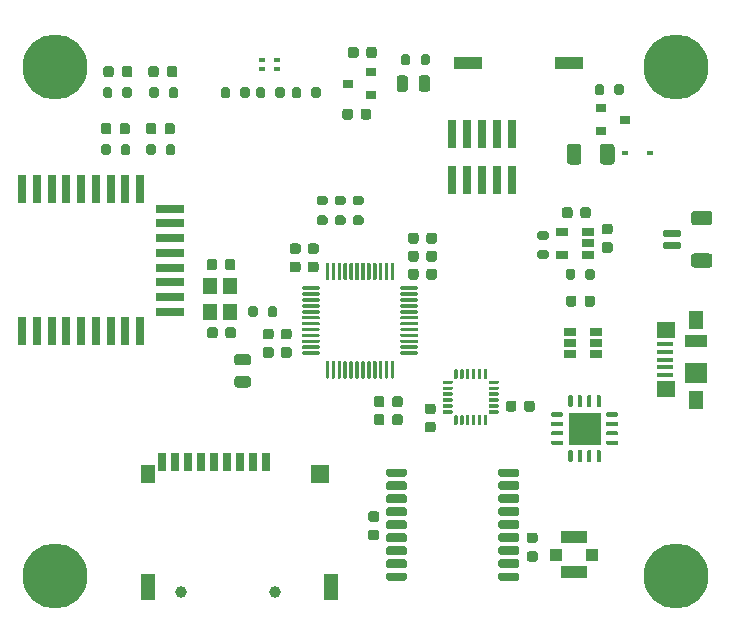
<source format=gts>
G04 #@! TF.GenerationSoftware,KiCad,Pcbnew,(5.1.10)-1*
G04 #@! TF.CreationDate,2021-10-27T16:42:24-05:00*
G04 #@! TF.ProjectId,Board,426f6172-642e-46b6-9963-61645f706362,rev?*
G04 #@! TF.SameCoordinates,PX88abcb0PY37c5580*
G04 #@! TF.FileFunction,Soldermask,Top*
G04 #@! TF.FilePolarity,Negative*
%FSLAX46Y46*%
G04 Gerber Fmt 4.6, Leading zero omitted, Abs format (unit mm)*
G04 Created by KiCad (PCBNEW (5.1.10)-1) date 2021-10-27 16:42:24*
%MOMM*%
%LPD*%
G01*
G04 APERTURE LIST*
%ADD10R,0.750000X2.400000*%
%ADD11R,2.400000X0.750000*%
%ADD12R,0.700000X1.600000*%
%ADD13R,1.200000X1.500000*%
%ADD14R,1.200000X2.200000*%
%ADD15R,1.600000X1.500000*%
%ADD16C,1.000000*%
%ADD17R,2.440000X1.120000*%
%ADD18R,0.740000X2.400000*%
%ADD19C,5.500000*%
%ADD20R,0.600000X0.450000*%
%ADD21R,0.500000X0.400000*%
%ADD22R,1.200000X1.400000*%
%ADD23R,1.900000X1.000000*%
%ADD24R,1.900000X1.800000*%
%ADD25R,1.300000X1.650000*%
%ADD26R,1.550000X1.425000*%
%ADD27R,1.380000X0.450000*%
%ADD28R,1.000000X1.000000*%
%ADD29R,2.200000X1.050000*%
%ADD30R,0.900000X0.800000*%
%ADD31R,1.060000X0.650000*%
%ADD32R,2.700000X2.700000*%
G04 APERTURE END LIST*
D10*
X-24449000Y-12197000D03*
X-23199000Y-12197000D03*
X-21949000Y-12197000D03*
X-20699000Y-12197000D03*
X-19449000Y-12197000D03*
X-18199000Y-12197000D03*
X-16949000Y-12197000D03*
X-15699000Y-12197000D03*
X-14449000Y-24197000D03*
X-15699000Y-24197000D03*
X-16949000Y-24197000D03*
X-18199000Y-24197000D03*
X-19449000Y-24197000D03*
X-20699000Y-24197000D03*
X-21949000Y-24197000D03*
X-23199000Y-24197000D03*
D11*
X-11899000Y-13822000D03*
X-11899000Y-15072000D03*
X-11899000Y-16322000D03*
X-11899000Y-17572000D03*
X-11899000Y-18822000D03*
X-11899000Y-20072000D03*
X-11899000Y-21322000D03*
D10*
X-14449000Y-12197000D03*
D11*
X-11899000Y-22572000D03*
D10*
X-24449000Y-24197000D03*
D12*
X-3800000Y-35250000D03*
X-4900000Y-35250000D03*
X-6000000Y-35250000D03*
X-7100000Y-35250000D03*
X-8200000Y-35250000D03*
X-9300000Y-35250000D03*
X-10400000Y-35250000D03*
X-11500000Y-35250000D03*
D13*
X-13800000Y-36250000D03*
D14*
X-13800000Y-45850000D03*
X1700000Y-45850000D03*
D15*
X800000Y-36250000D03*
D16*
X-11000000Y-46250000D03*
X-3000000Y-46250000D03*
D12*
X-12600000Y-35250000D03*
D17*
X21895000Y-1520000D03*
X13285000Y-1520000D03*
D18*
X17030000Y-7470000D03*
X17030000Y-11370000D03*
X15760000Y-7470000D03*
X15760000Y-11370000D03*
X14490000Y-7470000D03*
X14490000Y-11370000D03*
X13220000Y-7470000D03*
X13220000Y-11370000D03*
X11950000Y-7470000D03*
X11950000Y-11370000D03*
G36*
G01*
X1265500Y-19808000D02*
X1265500Y-18483000D01*
G75*
G02*
X1340500Y-18408000I75000J0D01*
G01*
X1490500Y-18408000D01*
G75*
G02*
X1565500Y-18483000I0J-75000D01*
G01*
X1565500Y-19808000D01*
G75*
G02*
X1490500Y-19883000I-75000J0D01*
G01*
X1340500Y-19883000D01*
G75*
G02*
X1265500Y-19808000I0J75000D01*
G01*
G37*
G36*
G01*
X1765500Y-19808000D02*
X1765500Y-18483000D01*
G75*
G02*
X1840500Y-18408000I75000J0D01*
G01*
X1990500Y-18408000D01*
G75*
G02*
X2065500Y-18483000I0J-75000D01*
G01*
X2065500Y-19808000D01*
G75*
G02*
X1990500Y-19883000I-75000J0D01*
G01*
X1840500Y-19883000D01*
G75*
G02*
X1765500Y-19808000I0J75000D01*
G01*
G37*
G36*
G01*
X2265500Y-19808000D02*
X2265500Y-18483000D01*
G75*
G02*
X2340500Y-18408000I75000J0D01*
G01*
X2490500Y-18408000D01*
G75*
G02*
X2565500Y-18483000I0J-75000D01*
G01*
X2565500Y-19808000D01*
G75*
G02*
X2490500Y-19883000I-75000J0D01*
G01*
X2340500Y-19883000D01*
G75*
G02*
X2265500Y-19808000I0J75000D01*
G01*
G37*
G36*
G01*
X2765500Y-19808000D02*
X2765500Y-18483000D01*
G75*
G02*
X2840500Y-18408000I75000J0D01*
G01*
X2990500Y-18408000D01*
G75*
G02*
X3065500Y-18483000I0J-75000D01*
G01*
X3065500Y-19808000D01*
G75*
G02*
X2990500Y-19883000I-75000J0D01*
G01*
X2840500Y-19883000D01*
G75*
G02*
X2765500Y-19808000I0J75000D01*
G01*
G37*
G36*
G01*
X3265500Y-19808000D02*
X3265500Y-18483000D01*
G75*
G02*
X3340500Y-18408000I75000J0D01*
G01*
X3490500Y-18408000D01*
G75*
G02*
X3565500Y-18483000I0J-75000D01*
G01*
X3565500Y-19808000D01*
G75*
G02*
X3490500Y-19883000I-75000J0D01*
G01*
X3340500Y-19883000D01*
G75*
G02*
X3265500Y-19808000I0J75000D01*
G01*
G37*
G36*
G01*
X3765500Y-19808000D02*
X3765500Y-18483000D01*
G75*
G02*
X3840500Y-18408000I75000J0D01*
G01*
X3990500Y-18408000D01*
G75*
G02*
X4065500Y-18483000I0J-75000D01*
G01*
X4065500Y-19808000D01*
G75*
G02*
X3990500Y-19883000I-75000J0D01*
G01*
X3840500Y-19883000D01*
G75*
G02*
X3765500Y-19808000I0J75000D01*
G01*
G37*
G36*
G01*
X4265500Y-19808000D02*
X4265500Y-18483000D01*
G75*
G02*
X4340500Y-18408000I75000J0D01*
G01*
X4490500Y-18408000D01*
G75*
G02*
X4565500Y-18483000I0J-75000D01*
G01*
X4565500Y-19808000D01*
G75*
G02*
X4490500Y-19883000I-75000J0D01*
G01*
X4340500Y-19883000D01*
G75*
G02*
X4265500Y-19808000I0J75000D01*
G01*
G37*
G36*
G01*
X4765500Y-19808000D02*
X4765500Y-18483000D01*
G75*
G02*
X4840500Y-18408000I75000J0D01*
G01*
X4990500Y-18408000D01*
G75*
G02*
X5065500Y-18483000I0J-75000D01*
G01*
X5065500Y-19808000D01*
G75*
G02*
X4990500Y-19883000I-75000J0D01*
G01*
X4840500Y-19883000D01*
G75*
G02*
X4765500Y-19808000I0J75000D01*
G01*
G37*
G36*
G01*
X5265500Y-19808000D02*
X5265500Y-18483000D01*
G75*
G02*
X5340500Y-18408000I75000J0D01*
G01*
X5490500Y-18408000D01*
G75*
G02*
X5565500Y-18483000I0J-75000D01*
G01*
X5565500Y-19808000D01*
G75*
G02*
X5490500Y-19883000I-75000J0D01*
G01*
X5340500Y-19883000D01*
G75*
G02*
X5265500Y-19808000I0J75000D01*
G01*
G37*
G36*
G01*
X5765500Y-19808000D02*
X5765500Y-18483000D01*
G75*
G02*
X5840500Y-18408000I75000J0D01*
G01*
X5990500Y-18408000D01*
G75*
G02*
X6065500Y-18483000I0J-75000D01*
G01*
X6065500Y-19808000D01*
G75*
G02*
X5990500Y-19883000I-75000J0D01*
G01*
X5840500Y-19883000D01*
G75*
G02*
X5765500Y-19808000I0J75000D01*
G01*
G37*
G36*
G01*
X6265500Y-19808000D02*
X6265500Y-18483000D01*
G75*
G02*
X6340500Y-18408000I75000J0D01*
G01*
X6490500Y-18408000D01*
G75*
G02*
X6565500Y-18483000I0J-75000D01*
G01*
X6565500Y-19808000D01*
G75*
G02*
X6490500Y-19883000I-75000J0D01*
G01*
X6340500Y-19883000D01*
G75*
G02*
X6265500Y-19808000I0J75000D01*
G01*
G37*
G36*
G01*
X6765500Y-19808000D02*
X6765500Y-18483000D01*
G75*
G02*
X6840500Y-18408000I75000J0D01*
G01*
X6990500Y-18408000D01*
G75*
G02*
X7065500Y-18483000I0J-75000D01*
G01*
X7065500Y-19808000D01*
G75*
G02*
X6990500Y-19883000I-75000J0D01*
G01*
X6840500Y-19883000D01*
G75*
G02*
X6765500Y-19808000I0J75000D01*
G01*
G37*
G36*
G01*
X7590500Y-20633000D02*
X7590500Y-20483000D01*
G75*
G02*
X7665500Y-20408000I75000J0D01*
G01*
X8990500Y-20408000D01*
G75*
G02*
X9065500Y-20483000I0J-75000D01*
G01*
X9065500Y-20633000D01*
G75*
G02*
X8990500Y-20708000I-75000J0D01*
G01*
X7665500Y-20708000D01*
G75*
G02*
X7590500Y-20633000I0J75000D01*
G01*
G37*
G36*
G01*
X7590500Y-21133000D02*
X7590500Y-20983000D01*
G75*
G02*
X7665500Y-20908000I75000J0D01*
G01*
X8990500Y-20908000D01*
G75*
G02*
X9065500Y-20983000I0J-75000D01*
G01*
X9065500Y-21133000D01*
G75*
G02*
X8990500Y-21208000I-75000J0D01*
G01*
X7665500Y-21208000D01*
G75*
G02*
X7590500Y-21133000I0J75000D01*
G01*
G37*
G36*
G01*
X7590500Y-21633000D02*
X7590500Y-21483000D01*
G75*
G02*
X7665500Y-21408000I75000J0D01*
G01*
X8990500Y-21408000D01*
G75*
G02*
X9065500Y-21483000I0J-75000D01*
G01*
X9065500Y-21633000D01*
G75*
G02*
X8990500Y-21708000I-75000J0D01*
G01*
X7665500Y-21708000D01*
G75*
G02*
X7590500Y-21633000I0J75000D01*
G01*
G37*
G36*
G01*
X7590500Y-22133000D02*
X7590500Y-21983000D01*
G75*
G02*
X7665500Y-21908000I75000J0D01*
G01*
X8990500Y-21908000D01*
G75*
G02*
X9065500Y-21983000I0J-75000D01*
G01*
X9065500Y-22133000D01*
G75*
G02*
X8990500Y-22208000I-75000J0D01*
G01*
X7665500Y-22208000D01*
G75*
G02*
X7590500Y-22133000I0J75000D01*
G01*
G37*
G36*
G01*
X7590500Y-22633000D02*
X7590500Y-22483000D01*
G75*
G02*
X7665500Y-22408000I75000J0D01*
G01*
X8990500Y-22408000D01*
G75*
G02*
X9065500Y-22483000I0J-75000D01*
G01*
X9065500Y-22633000D01*
G75*
G02*
X8990500Y-22708000I-75000J0D01*
G01*
X7665500Y-22708000D01*
G75*
G02*
X7590500Y-22633000I0J75000D01*
G01*
G37*
G36*
G01*
X7590500Y-23133000D02*
X7590500Y-22983000D01*
G75*
G02*
X7665500Y-22908000I75000J0D01*
G01*
X8990500Y-22908000D01*
G75*
G02*
X9065500Y-22983000I0J-75000D01*
G01*
X9065500Y-23133000D01*
G75*
G02*
X8990500Y-23208000I-75000J0D01*
G01*
X7665500Y-23208000D01*
G75*
G02*
X7590500Y-23133000I0J75000D01*
G01*
G37*
G36*
G01*
X7590500Y-23633000D02*
X7590500Y-23483000D01*
G75*
G02*
X7665500Y-23408000I75000J0D01*
G01*
X8990500Y-23408000D01*
G75*
G02*
X9065500Y-23483000I0J-75000D01*
G01*
X9065500Y-23633000D01*
G75*
G02*
X8990500Y-23708000I-75000J0D01*
G01*
X7665500Y-23708000D01*
G75*
G02*
X7590500Y-23633000I0J75000D01*
G01*
G37*
G36*
G01*
X7590500Y-24133000D02*
X7590500Y-23983000D01*
G75*
G02*
X7665500Y-23908000I75000J0D01*
G01*
X8990500Y-23908000D01*
G75*
G02*
X9065500Y-23983000I0J-75000D01*
G01*
X9065500Y-24133000D01*
G75*
G02*
X8990500Y-24208000I-75000J0D01*
G01*
X7665500Y-24208000D01*
G75*
G02*
X7590500Y-24133000I0J75000D01*
G01*
G37*
G36*
G01*
X7590500Y-24633000D02*
X7590500Y-24483000D01*
G75*
G02*
X7665500Y-24408000I75000J0D01*
G01*
X8990500Y-24408000D01*
G75*
G02*
X9065500Y-24483000I0J-75000D01*
G01*
X9065500Y-24633000D01*
G75*
G02*
X8990500Y-24708000I-75000J0D01*
G01*
X7665500Y-24708000D01*
G75*
G02*
X7590500Y-24633000I0J75000D01*
G01*
G37*
G36*
G01*
X7590500Y-25133000D02*
X7590500Y-24983000D01*
G75*
G02*
X7665500Y-24908000I75000J0D01*
G01*
X8990500Y-24908000D01*
G75*
G02*
X9065500Y-24983000I0J-75000D01*
G01*
X9065500Y-25133000D01*
G75*
G02*
X8990500Y-25208000I-75000J0D01*
G01*
X7665500Y-25208000D01*
G75*
G02*
X7590500Y-25133000I0J75000D01*
G01*
G37*
G36*
G01*
X7590500Y-25633000D02*
X7590500Y-25483000D01*
G75*
G02*
X7665500Y-25408000I75000J0D01*
G01*
X8990500Y-25408000D01*
G75*
G02*
X9065500Y-25483000I0J-75000D01*
G01*
X9065500Y-25633000D01*
G75*
G02*
X8990500Y-25708000I-75000J0D01*
G01*
X7665500Y-25708000D01*
G75*
G02*
X7590500Y-25633000I0J75000D01*
G01*
G37*
G36*
G01*
X7590500Y-26133000D02*
X7590500Y-25983000D01*
G75*
G02*
X7665500Y-25908000I75000J0D01*
G01*
X8990500Y-25908000D01*
G75*
G02*
X9065500Y-25983000I0J-75000D01*
G01*
X9065500Y-26133000D01*
G75*
G02*
X8990500Y-26208000I-75000J0D01*
G01*
X7665500Y-26208000D01*
G75*
G02*
X7590500Y-26133000I0J75000D01*
G01*
G37*
G36*
G01*
X6765500Y-28133000D02*
X6765500Y-26808000D01*
G75*
G02*
X6840500Y-26733000I75000J0D01*
G01*
X6990500Y-26733000D01*
G75*
G02*
X7065500Y-26808000I0J-75000D01*
G01*
X7065500Y-28133000D01*
G75*
G02*
X6990500Y-28208000I-75000J0D01*
G01*
X6840500Y-28208000D01*
G75*
G02*
X6765500Y-28133000I0J75000D01*
G01*
G37*
G36*
G01*
X6265500Y-28133000D02*
X6265500Y-26808000D01*
G75*
G02*
X6340500Y-26733000I75000J0D01*
G01*
X6490500Y-26733000D01*
G75*
G02*
X6565500Y-26808000I0J-75000D01*
G01*
X6565500Y-28133000D01*
G75*
G02*
X6490500Y-28208000I-75000J0D01*
G01*
X6340500Y-28208000D01*
G75*
G02*
X6265500Y-28133000I0J75000D01*
G01*
G37*
G36*
G01*
X5765500Y-28133000D02*
X5765500Y-26808000D01*
G75*
G02*
X5840500Y-26733000I75000J0D01*
G01*
X5990500Y-26733000D01*
G75*
G02*
X6065500Y-26808000I0J-75000D01*
G01*
X6065500Y-28133000D01*
G75*
G02*
X5990500Y-28208000I-75000J0D01*
G01*
X5840500Y-28208000D01*
G75*
G02*
X5765500Y-28133000I0J75000D01*
G01*
G37*
G36*
G01*
X5265500Y-28133000D02*
X5265500Y-26808000D01*
G75*
G02*
X5340500Y-26733000I75000J0D01*
G01*
X5490500Y-26733000D01*
G75*
G02*
X5565500Y-26808000I0J-75000D01*
G01*
X5565500Y-28133000D01*
G75*
G02*
X5490500Y-28208000I-75000J0D01*
G01*
X5340500Y-28208000D01*
G75*
G02*
X5265500Y-28133000I0J75000D01*
G01*
G37*
G36*
G01*
X4765500Y-28133000D02*
X4765500Y-26808000D01*
G75*
G02*
X4840500Y-26733000I75000J0D01*
G01*
X4990500Y-26733000D01*
G75*
G02*
X5065500Y-26808000I0J-75000D01*
G01*
X5065500Y-28133000D01*
G75*
G02*
X4990500Y-28208000I-75000J0D01*
G01*
X4840500Y-28208000D01*
G75*
G02*
X4765500Y-28133000I0J75000D01*
G01*
G37*
G36*
G01*
X4265500Y-28133000D02*
X4265500Y-26808000D01*
G75*
G02*
X4340500Y-26733000I75000J0D01*
G01*
X4490500Y-26733000D01*
G75*
G02*
X4565500Y-26808000I0J-75000D01*
G01*
X4565500Y-28133000D01*
G75*
G02*
X4490500Y-28208000I-75000J0D01*
G01*
X4340500Y-28208000D01*
G75*
G02*
X4265500Y-28133000I0J75000D01*
G01*
G37*
G36*
G01*
X3765500Y-28133000D02*
X3765500Y-26808000D01*
G75*
G02*
X3840500Y-26733000I75000J0D01*
G01*
X3990500Y-26733000D01*
G75*
G02*
X4065500Y-26808000I0J-75000D01*
G01*
X4065500Y-28133000D01*
G75*
G02*
X3990500Y-28208000I-75000J0D01*
G01*
X3840500Y-28208000D01*
G75*
G02*
X3765500Y-28133000I0J75000D01*
G01*
G37*
G36*
G01*
X3265500Y-28133000D02*
X3265500Y-26808000D01*
G75*
G02*
X3340500Y-26733000I75000J0D01*
G01*
X3490500Y-26733000D01*
G75*
G02*
X3565500Y-26808000I0J-75000D01*
G01*
X3565500Y-28133000D01*
G75*
G02*
X3490500Y-28208000I-75000J0D01*
G01*
X3340500Y-28208000D01*
G75*
G02*
X3265500Y-28133000I0J75000D01*
G01*
G37*
G36*
G01*
X2765500Y-28133000D02*
X2765500Y-26808000D01*
G75*
G02*
X2840500Y-26733000I75000J0D01*
G01*
X2990500Y-26733000D01*
G75*
G02*
X3065500Y-26808000I0J-75000D01*
G01*
X3065500Y-28133000D01*
G75*
G02*
X2990500Y-28208000I-75000J0D01*
G01*
X2840500Y-28208000D01*
G75*
G02*
X2765500Y-28133000I0J75000D01*
G01*
G37*
G36*
G01*
X2265500Y-28133000D02*
X2265500Y-26808000D01*
G75*
G02*
X2340500Y-26733000I75000J0D01*
G01*
X2490500Y-26733000D01*
G75*
G02*
X2565500Y-26808000I0J-75000D01*
G01*
X2565500Y-28133000D01*
G75*
G02*
X2490500Y-28208000I-75000J0D01*
G01*
X2340500Y-28208000D01*
G75*
G02*
X2265500Y-28133000I0J75000D01*
G01*
G37*
G36*
G01*
X1765500Y-28133000D02*
X1765500Y-26808000D01*
G75*
G02*
X1840500Y-26733000I75000J0D01*
G01*
X1990500Y-26733000D01*
G75*
G02*
X2065500Y-26808000I0J-75000D01*
G01*
X2065500Y-28133000D01*
G75*
G02*
X1990500Y-28208000I-75000J0D01*
G01*
X1840500Y-28208000D01*
G75*
G02*
X1765500Y-28133000I0J75000D01*
G01*
G37*
G36*
G01*
X1265500Y-28133000D02*
X1265500Y-26808000D01*
G75*
G02*
X1340500Y-26733000I75000J0D01*
G01*
X1490500Y-26733000D01*
G75*
G02*
X1565500Y-26808000I0J-75000D01*
G01*
X1565500Y-28133000D01*
G75*
G02*
X1490500Y-28208000I-75000J0D01*
G01*
X1340500Y-28208000D01*
G75*
G02*
X1265500Y-28133000I0J75000D01*
G01*
G37*
G36*
G01*
X-734500Y-26133000D02*
X-734500Y-25983000D01*
G75*
G02*
X-659500Y-25908000I75000J0D01*
G01*
X665500Y-25908000D01*
G75*
G02*
X740500Y-25983000I0J-75000D01*
G01*
X740500Y-26133000D01*
G75*
G02*
X665500Y-26208000I-75000J0D01*
G01*
X-659500Y-26208000D01*
G75*
G02*
X-734500Y-26133000I0J75000D01*
G01*
G37*
G36*
G01*
X-734500Y-25633000D02*
X-734500Y-25483000D01*
G75*
G02*
X-659500Y-25408000I75000J0D01*
G01*
X665500Y-25408000D01*
G75*
G02*
X740500Y-25483000I0J-75000D01*
G01*
X740500Y-25633000D01*
G75*
G02*
X665500Y-25708000I-75000J0D01*
G01*
X-659500Y-25708000D01*
G75*
G02*
X-734500Y-25633000I0J75000D01*
G01*
G37*
G36*
G01*
X-734500Y-25133000D02*
X-734500Y-24983000D01*
G75*
G02*
X-659500Y-24908000I75000J0D01*
G01*
X665500Y-24908000D01*
G75*
G02*
X740500Y-24983000I0J-75000D01*
G01*
X740500Y-25133000D01*
G75*
G02*
X665500Y-25208000I-75000J0D01*
G01*
X-659500Y-25208000D01*
G75*
G02*
X-734500Y-25133000I0J75000D01*
G01*
G37*
G36*
G01*
X-734500Y-24633000D02*
X-734500Y-24483000D01*
G75*
G02*
X-659500Y-24408000I75000J0D01*
G01*
X665500Y-24408000D01*
G75*
G02*
X740500Y-24483000I0J-75000D01*
G01*
X740500Y-24633000D01*
G75*
G02*
X665500Y-24708000I-75000J0D01*
G01*
X-659500Y-24708000D01*
G75*
G02*
X-734500Y-24633000I0J75000D01*
G01*
G37*
G36*
G01*
X-734500Y-24133000D02*
X-734500Y-23983000D01*
G75*
G02*
X-659500Y-23908000I75000J0D01*
G01*
X665500Y-23908000D01*
G75*
G02*
X740500Y-23983000I0J-75000D01*
G01*
X740500Y-24133000D01*
G75*
G02*
X665500Y-24208000I-75000J0D01*
G01*
X-659500Y-24208000D01*
G75*
G02*
X-734500Y-24133000I0J75000D01*
G01*
G37*
G36*
G01*
X-734500Y-23633000D02*
X-734500Y-23483000D01*
G75*
G02*
X-659500Y-23408000I75000J0D01*
G01*
X665500Y-23408000D01*
G75*
G02*
X740500Y-23483000I0J-75000D01*
G01*
X740500Y-23633000D01*
G75*
G02*
X665500Y-23708000I-75000J0D01*
G01*
X-659500Y-23708000D01*
G75*
G02*
X-734500Y-23633000I0J75000D01*
G01*
G37*
G36*
G01*
X-734500Y-23133000D02*
X-734500Y-22983000D01*
G75*
G02*
X-659500Y-22908000I75000J0D01*
G01*
X665500Y-22908000D01*
G75*
G02*
X740500Y-22983000I0J-75000D01*
G01*
X740500Y-23133000D01*
G75*
G02*
X665500Y-23208000I-75000J0D01*
G01*
X-659500Y-23208000D01*
G75*
G02*
X-734500Y-23133000I0J75000D01*
G01*
G37*
G36*
G01*
X-734500Y-22633000D02*
X-734500Y-22483000D01*
G75*
G02*
X-659500Y-22408000I75000J0D01*
G01*
X665500Y-22408000D01*
G75*
G02*
X740500Y-22483000I0J-75000D01*
G01*
X740500Y-22633000D01*
G75*
G02*
X665500Y-22708000I-75000J0D01*
G01*
X-659500Y-22708000D01*
G75*
G02*
X-734500Y-22633000I0J75000D01*
G01*
G37*
G36*
G01*
X-734500Y-22133000D02*
X-734500Y-21983000D01*
G75*
G02*
X-659500Y-21908000I75000J0D01*
G01*
X665500Y-21908000D01*
G75*
G02*
X740500Y-21983000I0J-75000D01*
G01*
X740500Y-22133000D01*
G75*
G02*
X665500Y-22208000I-75000J0D01*
G01*
X-659500Y-22208000D01*
G75*
G02*
X-734500Y-22133000I0J75000D01*
G01*
G37*
G36*
G01*
X-734500Y-21633000D02*
X-734500Y-21483000D01*
G75*
G02*
X-659500Y-21408000I75000J0D01*
G01*
X665500Y-21408000D01*
G75*
G02*
X740500Y-21483000I0J-75000D01*
G01*
X740500Y-21633000D01*
G75*
G02*
X665500Y-21708000I-75000J0D01*
G01*
X-659500Y-21708000D01*
G75*
G02*
X-734500Y-21633000I0J75000D01*
G01*
G37*
G36*
G01*
X-734500Y-21133000D02*
X-734500Y-20983000D01*
G75*
G02*
X-659500Y-20908000I75000J0D01*
G01*
X665500Y-20908000D01*
G75*
G02*
X740500Y-20983000I0J-75000D01*
G01*
X740500Y-21133000D01*
G75*
G02*
X665500Y-21208000I-75000J0D01*
G01*
X-659500Y-21208000D01*
G75*
G02*
X-734500Y-21133000I0J75000D01*
G01*
G37*
G36*
G01*
X-734500Y-20633000D02*
X-734500Y-20483000D01*
G75*
G02*
X-659500Y-20408000I75000J0D01*
G01*
X665500Y-20408000D01*
G75*
G02*
X740500Y-20483000I0J-75000D01*
G01*
X740500Y-20633000D01*
G75*
G02*
X665500Y-20708000I-75000J0D01*
G01*
X-659500Y-20708000D01*
G75*
G02*
X-734500Y-20633000I0J75000D01*
G01*
G37*
D19*
X-21644000Y-1845000D03*
X30934000Y-1845000D03*
X30934000Y-44898000D03*
X-21644000Y-44898000D03*
G36*
G01*
X21260000Y-14420000D02*
X21260000Y-13920000D01*
G75*
G02*
X21485000Y-13695000I225000J0D01*
G01*
X21935000Y-13695000D01*
G75*
G02*
X22160000Y-13920000I0J-225000D01*
G01*
X22160000Y-14420000D01*
G75*
G02*
X21935000Y-14645000I-225000J0D01*
G01*
X21485000Y-14645000D01*
G75*
G02*
X21260000Y-14420000I0J225000D01*
G01*
G37*
G36*
G01*
X22810000Y-14420000D02*
X22810000Y-13920000D01*
G75*
G02*
X23035000Y-13695000I225000J0D01*
G01*
X23485000Y-13695000D01*
G75*
G02*
X23710000Y-13920000I0J-225000D01*
G01*
X23710000Y-14420000D01*
G75*
G02*
X23485000Y-14645000I-225000J0D01*
G01*
X23035000Y-14645000D01*
G75*
G02*
X22810000Y-14420000I0J225000D01*
G01*
G37*
G36*
G01*
X24842000Y-16661000D02*
X25342000Y-16661000D01*
G75*
G02*
X25567000Y-16886000I0J-225000D01*
G01*
X25567000Y-17336000D01*
G75*
G02*
X25342000Y-17561000I-225000J0D01*
G01*
X24842000Y-17561000D01*
G75*
G02*
X24617000Y-17336000I0J225000D01*
G01*
X24617000Y-16886000D01*
G75*
G02*
X24842000Y-16661000I225000J0D01*
G01*
G37*
G36*
G01*
X24842000Y-15111000D02*
X25342000Y-15111000D01*
G75*
G02*
X25567000Y-15336000I0J-225000D01*
G01*
X25567000Y-15786000D01*
G75*
G02*
X25342000Y-16011000I-225000J0D01*
G01*
X24842000Y-16011000D01*
G75*
G02*
X24617000Y-15786000I0J225000D01*
G01*
X24617000Y-15336000D01*
G75*
G02*
X24842000Y-15111000I225000J0D01*
G01*
G37*
G36*
G01*
X4215000Y-6070000D02*
X4215000Y-5570000D01*
G75*
G02*
X4440000Y-5345000I225000J0D01*
G01*
X4890000Y-5345000D01*
G75*
G02*
X5115000Y-5570000I0J-225000D01*
G01*
X5115000Y-6070000D01*
G75*
G02*
X4890000Y-6295000I-225000J0D01*
G01*
X4440000Y-6295000D01*
G75*
G02*
X4215000Y-6070000I0J225000D01*
G01*
G37*
G36*
G01*
X2665000Y-6070000D02*
X2665000Y-5570000D01*
G75*
G02*
X2890000Y-5345000I225000J0D01*
G01*
X3340000Y-5345000D01*
G75*
G02*
X3565000Y-5570000I0J-225000D01*
G01*
X3565000Y-6070000D01*
G75*
G02*
X3340000Y-6295000I-225000J0D01*
G01*
X2890000Y-6295000D01*
G75*
G02*
X2665000Y-6070000I0J225000D01*
G01*
G37*
G36*
G01*
X5594000Y-352000D02*
X5594000Y-852000D01*
G75*
G02*
X5369000Y-1077000I-225000J0D01*
G01*
X4919000Y-1077000D01*
G75*
G02*
X4694000Y-852000I0J225000D01*
G01*
X4694000Y-352000D01*
G75*
G02*
X4919000Y-127000I225000J0D01*
G01*
X5369000Y-127000D01*
G75*
G02*
X5594000Y-352000I0J-225000D01*
G01*
G37*
G36*
G01*
X4044000Y-352000D02*
X4044000Y-852000D01*
G75*
G02*
X3819000Y-1077000I-225000J0D01*
G01*
X3369000Y-1077000D01*
G75*
G02*
X3144000Y-852000I0J225000D01*
G01*
X3144000Y-352000D01*
G75*
G02*
X3369000Y-127000I225000J0D01*
G01*
X3819000Y-127000D01*
G75*
G02*
X4044000Y-352000I0J-225000D01*
G01*
G37*
G36*
G01*
X8233000Y-16573000D02*
X8233000Y-16073000D01*
G75*
G02*
X8458000Y-15848000I225000J0D01*
G01*
X8908000Y-15848000D01*
G75*
G02*
X9133000Y-16073000I0J-225000D01*
G01*
X9133000Y-16573000D01*
G75*
G02*
X8908000Y-16798000I-225000J0D01*
G01*
X8458000Y-16798000D01*
G75*
G02*
X8233000Y-16573000I0J225000D01*
G01*
G37*
G36*
G01*
X9783000Y-16573000D02*
X9783000Y-16073000D01*
G75*
G02*
X10008000Y-15848000I225000J0D01*
G01*
X10458000Y-15848000D01*
G75*
G02*
X10683000Y-16073000I0J-225000D01*
G01*
X10683000Y-16573000D01*
G75*
G02*
X10458000Y-16798000I-225000J0D01*
G01*
X10008000Y-16798000D01*
G75*
G02*
X9783000Y-16573000I0J225000D01*
G01*
G37*
G36*
G01*
X-7275000Y-18810000D02*
X-7275000Y-18310000D01*
G75*
G02*
X-7050000Y-18085000I225000J0D01*
G01*
X-6600000Y-18085000D01*
G75*
G02*
X-6375000Y-18310000I0J-225000D01*
G01*
X-6375000Y-18810000D01*
G75*
G02*
X-6600000Y-19035000I-225000J0D01*
G01*
X-7050000Y-19035000D01*
G75*
G02*
X-7275000Y-18810000I0J225000D01*
G01*
G37*
G36*
G01*
X-8825000Y-18810000D02*
X-8825000Y-18310000D01*
G75*
G02*
X-8600000Y-18085000I225000J0D01*
G01*
X-8150000Y-18085000D01*
G75*
G02*
X-7925000Y-18310000I0J-225000D01*
G01*
X-7925000Y-18810000D01*
G75*
G02*
X-8150000Y-19035000I-225000J0D01*
G01*
X-8600000Y-19035000D01*
G75*
G02*
X-8825000Y-18810000I0J225000D01*
G01*
G37*
G36*
G01*
X8233000Y-19621000D02*
X8233000Y-19121000D01*
G75*
G02*
X8458000Y-18896000I225000J0D01*
G01*
X8908000Y-18896000D01*
G75*
G02*
X9133000Y-19121000I0J-225000D01*
G01*
X9133000Y-19621000D01*
G75*
G02*
X8908000Y-19846000I-225000J0D01*
G01*
X8458000Y-19846000D01*
G75*
G02*
X8233000Y-19621000I0J225000D01*
G01*
G37*
G36*
G01*
X9783000Y-19621000D02*
X9783000Y-19121000D01*
G75*
G02*
X10008000Y-18896000I225000J0D01*
G01*
X10458000Y-18896000D01*
G75*
G02*
X10683000Y-19121000I0J-225000D01*
G01*
X10683000Y-19621000D01*
G75*
G02*
X10458000Y-19846000I-225000J0D01*
G01*
X10008000Y-19846000D01*
G75*
G02*
X9783000Y-19621000I0J225000D01*
G01*
G37*
G36*
G01*
X-6335000Y-24074000D02*
X-6335000Y-24574000D01*
G75*
G02*
X-6560000Y-24799000I-225000J0D01*
G01*
X-7010000Y-24799000D01*
G75*
G02*
X-7235000Y-24574000I0J225000D01*
G01*
X-7235000Y-24074000D01*
G75*
G02*
X-7010000Y-23849000I225000J0D01*
G01*
X-6560000Y-23849000D01*
G75*
G02*
X-6335000Y-24074000I0J-225000D01*
G01*
G37*
G36*
G01*
X-7885000Y-24074000D02*
X-7885000Y-24574000D01*
G75*
G02*
X-8110000Y-24799000I-225000J0D01*
G01*
X-8560000Y-24799000D01*
G75*
G02*
X-8785000Y-24574000I0J225000D01*
G01*
X-8785000Y-24074000D01*
G75*
G02*
X-8560000Y-23849000I225000J0D01*
G01*
X-8110000Y-23849000D01*
G75*
G02*
X-7885000Y-24074000I0J-225000D01*
G01*
G37*
G36*
G01*
X9783000Y-18097000D02*
X9783000Y-17597000D01*
G75*
G02*
X10008000Y-17372000I225000J0D01*
G01*
X10458000Y-17372000D01*
G75*
G02*
X10683000Y-17597000I0J-225000D01*
G01*
X10683000Y-18097000D01*
G75*
G02*
X10458000Y-18322000I-225000J0D01*
G01*
X10008000Y-18322000D01*
G75*
G02*
X9783000Y-18097000I0J225000D01*
G01*
G37*
G36*
G01*
X8233000Y-18097000D02*
X8233000Y-17597000D01*
G75*
G02*
X8458000Y-17372000I225000J0D01*
G01*
X8908000Y-17372000D01*
G75*
G02*
X9133000Y-17597000I0J-225000D01*
G01*
X9133000Y-18097000D01*
G75*
G02*
X8908000Y-18322000I-225000J0D01*
G01*
X8458000Y-18322000D01*
G75*
G02*
X8233000Y-18097000I0J225000D01*
G01*
G37*
G36*
G01*
X-1074000Y-19212000D02*
X-1574000Y-19212000D01*
G75*
G02*
X-1799000Y-18987000I0J225000D01*
G01*
X-1799000Y-18537000D01*
G75*
G02*
X-1574000Y-18312000I225000J0D01*
G01*
X-1074000Y-18312000D01*
G75*
G02*
X-849000Y-18537000I0J-225000D01*
G01*
X-849000Y-18987000D01*
G75*
G02*
X-1074000Y-19212000I-225000J0D01*
G01*
G37*
G36*
G01*
X-1074000Y-17662000D02*
X-1574000Y-17662000D01*
G75*
G02*
X-1799000Y-17437000I0J225000D01*
G01*
X-1799000Y-16987000D01*
G75*
G02*
X-1574000Y-16762000I225000J0D01*
G01*
X-1074000Y-16762000D01*
G75*
G02*
X-849000Y-16987000I0J-225000D01*
G01*
X-849000Y-17437000D01*
G75*
G02*
X-1074000Y-17662000I-225000J0D01*
G01*
G37*
G36*
G01*
X6238000Y-29916000D02*
X6238000Y-30416000D01*
G75*
G02*
X6013000Y-30641000I-225000J0D01*
G01*
X5563000Y-30641000D01*
G75*
G02*
X5338000Y-30416000I0J225000D01*
G01*
X5338000Y-29916000D01*
G75*
G02*
X5563000Y-29691000I225000J0D01*
G01*
X6013000Y-29691000D01*
G75*
G02*
X6238000Y-29916000I0J-225000D01*
G01*
G37*
G36*
G01*
X7788000Y-29916000D02*
X7788000Y-30416000D01*
G75*
G02*
X7563000Y-30641000I-225000J0D01*
G01*
X7113000Y-30641000D01*
G75*
G02*
X6888000Y-30416000I0J225000D01*
G01*
X6888000Y-29916000D01*
G75*
G02*
X7113000Y-29691000I225000J0D01*
G01*
X7563000Y-29691000D01*
G75*
G02*
X7788000Y-29916000I0J-225000D01*
G01*
G37*
G36*
G01*
X450000Y-19212000D02*
X-50000Y-19212000D01*
G75*
G02*
X-275000Y-18987000I0J225000D01*
G01*
X-275000Y-18537000D01*
G75*
G02*
X-50000Y-18312000I225000J0D01*
G01*
X450000Y-18312000D01*
G75*
G02*
X675000Y-18537000I0J-225000D01*
G01*
X675000Y-18987000D01*
G75*
G02*
X450000Y-19212000I-225000J0D01*
G01*
G37*
G36*
G01*
X450000Y-17662000D02*
X-50000Y-17662000D01*
G75*
G02*
X-275000Y-17437000I0J225000D01*
G01*
X-275000Y-16987000D01*
G75*
G02*
X-50000Y-16762000I225000J0D01*
G01*
X450000Y-16762000D01*
G75*
G02*
X675000Y-16987000I0J-225000D01*
G01*
X675000Y-17437000D01*
G75*
G02*
X450000Y-17662000I-225000J0D01*
G01*
G37*
G36*
G01*
X6238000Y-31440000D02*
X6238000Y-31940000D01*
G75*
G02*
X6013000Y-32165000I-225000J0D01*
G01*
X5563000Y-32165000D01*
G75*
G02*
X5338000Y-31940000I0J225000D01*
G01*
X5338000Y-31440000D01*
G75*
G02*
X5563000Y-31215000I225000J0D01*
G01*
X6013000Y-31215000D01*
G75*
G02*
X6238000Y-31440000I0J-225000D01*
G01*
G37*
G36*
G01*
X7788000Y-31440000D02*
X7788000Y-31940000D01*
G75*
G02*
X7563000Y-32165000I-225000J0D01*
G01*
X7113000Y-32165000D01*
G75*
G02*
X6888000Y-31940000I0J225000D01*
G01*
X6888000Y-31440000D01*
G75*
G02*
X7113000Y-31215000I225000J0D01*
G01*
X7563000Y-31215000D01*
G75*
G02*
X7788000Y-31440000I0J-225000D01*
G01*
G37*
G36*
G01*
X-1836000Y-24901000D02*
X-2336000Y-24901000D01*
G75*
G02*
X-2561000Y-24676000I0J225000D01*
G01*
X-2561000Y-24226000D01*
G75*
G02*
X-2336000Y-24001000I225000J0D01*
G01*
X-1836000Y-24001000D01*
G75*
G02*
X-1611000Y-24226000I0J-225000D01*
G01*
X-1611000Y-24676000D01*
G75*
G02*
X-1836000Y-24901000I-225000J0D01*
G01*
G37*
G36*
G01*
X-1836000Y-26451000D02*
X-2336000Y-26451000D01*
G75*
G02*
X-2561000Y-26226000I0J225000D01*
G01*
X-2561000Y-25776000D01*
G75*
G02*
X-2336000Y-25551000I225000J0D01*
G01*
X-1836000Y-25551000D01*
G75*
G02*
X-1611000Y-25776000I0J-225000D01*
G01*
X-1611000Y-26226000D01*
G75*
G02*
X-1836000Y-26451000I-225000J0D01*
G01*
G37*
G36*
G01*
X-3360000Y-24901000D02*
X-3860000Y-24901000D01*
G75*
G02*
X-4085000Y-24676000I0J225000D01*
G01*
X-4085000Y-24226000D01*
G75*
G02*
X-3860000Y-24001000I225000J0D01*
G01*
X-3360000Y-24001000D01*
G75*
G02*
X-3135000Y-24226000I0J-225000D01*
G01*
X-3135000Y-24676000D01*
G75*
G02*
X-3360000Y-24901000I-225000J0D01*
G01*
G37*
G36*
G01*
X-3360000Y-26451000D02*
X-3860000Y-26451000D01*
G75*
G02*
X-4085000Y-26226000I0J225000D01*
G01*
X-4085000Y-25776000D01*
G75*
G02*
X-3860000Y-25551000I225000J0D01*
G01*
X-3360000Y-25551000D01*
G75*
G02*
X-3135000Y-25776000I0J-225000D01*
G01*
X-3135000Y-26226000D01*
G75*
G02*
X-3360000Y-26451000I-225000J0D01*
G01*
G37*
G36*
G01*
X5570000Y-41895000D02*
X5070000Y-41895000D01*
G75*
G02*
X4845000Y-41670000I0J225000D01*
G01*
X4845000Y-41220000D01*
G75*
G02*
X5070000Y-40995000I225000J0D01*
G01*
X5570000Y-40995000D01*
G75*
G02*
X5795000Y-41220000I0J-225000D01*
G01*
X5795000Y-41670000D01*
G75*
G02*
X5570000Y-41895000I-225000J0D01*
G01*
G37*
G36*
G01*
X5570000Y-40345000D02*
X5070000Y-40345000D01*
G75*
G02*
X4845000Y-40120000I0J225000D01*
G01*
X4845000Y-39670000D01*
G75*
G02*
X5070000Y-39445000I225000J0D01*
G01*
X5570000Y-39445000D01*
G75*
G02*
X5795000Y-39670000I0J-225000D01*
G01*
X5795000Y-40120000D01*
G75*
G02*
X5570000Y-40345000I-225000J0D01*
G01*
G37*
G36*
G01*
X9856000Y-31875000D02*
X10356000Y-31875000D01*
G75*
G02*
X10581000Y-32100000I0J-225000D01*
G01*
X10581000Y-32550000D01*
G75*
G02*
X10356000Y-32775000I-225000J0D01*
G01*
X9856000Y-32775000D01*
G75*
G02*
X9631000Y-32550000I0J225000D01*
G01*
X9631000Y-32100000D01*
G75*
G02*
X9856000Y-31875000I225000J0D01*
G01*
G37*
G36*
G01*
X9856000Y-30325000D02*
X10356000Y-30325000D01*
G75*
G02*
X10581000Y-30550000I0J-225000D01*
G01*
X10581000Y-31000000D01*
G75*
G02*
X10356000Y-31225000I-225000J0D01*
G01*
X9856000Y-31225000D01*
G75*
G02*
X9631000Y-31000000I0J225000D01*
G01*
X9631000Y-30550000D01*
G75*
G02*
X9856000Y-30325000I225000J0D01*
G01*
G37*
G36*
G01*
X16514000Y-30797000D02*
X16514000Y-30297000D01*
G75*
G02*
X16739000Y-30072000I225000J0D01*
G01*
X17189000Y-30072000D01*
G75*
G02*
X17414000Y-30297000I0J-225000D01*
G01*
X17414000Y-30797000D01*
G75*
G02*
X17189000Y-31022000I-225000J0D01*
G01*
X16739000Y-31022000D01*
G75*
G02*
X16514000Y-30797000I0J225000D01*
G01*
G37*
G36*
G01*
X18064000Y-30797000D02*
X18064000Y-30297000D01*
G75*
G02*
X18289000Y-30072000I225000J0D01*
G01*
X18739000Y-30072000D01*
G75*
G02*
X18964000Y-30297000I0J-225000D01*
G01*
X18964000Y-30797000D01*
G75*
G02*
X18739000Y-31022000I-225000J0D01*
G01*
X18289000Y-31022000D01*
G75*
G02*
X18064000Y-30797000I0J225000D01*
G01*
G37*
D20*
X28682000Y-9084000D03*
X26582000Y-9084000D03*
G36*
G01*
X23181500Y-21913250D02*
X23181500Y-21400750D01*
G75*
G02*
X23400250Y-21182000I218750J0D01*
G01*
X23837750Y-21182000D01*
G75*
G02*
X24056500Y-21400750I0J-218750D01*
G01*
X24056500Y-21913250D01*
G75*
G02*
X23837750Y-22132000I-218750J0D01*
G01*
X23400250Y-22132000D01*
G75*
G02*
X23181500Y-21913250I0J218750D01*
G01*
G37*
G36*
G01*
X21606500Y-21913250D02*
X21606500Y-21400750D01*
G75*
G02*
X21825250Y-21182000I218750J0D01*
G01*
X22262750Y-21182000D01*
G75*
G02*
X22481500Y-21400750I0J-218750D01*
G01*
X22481500Y-21913250D01*
G75*
G02*
X22262750Y-22132000I-218750J0D01*
G01*
X21825250Y-22132000D01*
G75*
G02*
X21606500Y-21913250I0J218750D01*
G01*
G37*
G36*
G01*
X-17560500Y-2482250D02*
X-17560500Y-1969750D01*
G75*
G02*
X-17341750Y-1751000I218750J0D01*
G01*
X-16904250Y-1751000D01*
G75*
G02*
X-16685500Y-1969750I0J-218750D01*
G01*
X-16685500Y-2482250D01*
G75*
G02*
X-16904250Y-2701000I-218750J0D01*
G01*
X-17341750Y-2701000D01*
G75*
G02*
X-17560500Y-2482250I0J218750D01*
G01*
G37*
G36*
G01*
X-15985500Y-2482250D02*
X-15985500Y-1969750D01*
G75*
G02*
X-15766750Y-1751000I218750J0D01*
G01*
X-15329250Y-1751000D01*
G75*
G02*
X-15110500Y-1969750I0J-218750D01*
G01*
X-15110500Y-2482250D01*
G75*
G02*
X-15329250Y-2701000I-218750J0D01*
G01*
X-15766750Y-2701000D01*
G75*
G02*
X-15985500Y-2482250I0J218750D01*
G01*
G37*
G36*
G01*
X-12175500Y-2482250D02*
X-12175500Y-1969750D01*
G75*
G02*
X-11956750Y-1751000I218750J0D01*
G01*
X-11519250Y-1751000D01*
G75*
G02*
X-11300500Y-1969750I0J-218750D01*
G01*
X-11300500Y-2482250D01*
G75*
G02*
X-11519250Y-2701000I-218750J0D01*
G01*
X-11956750Y-2701000D01*
G75*
G02*
X-12175500Y-2482250I0J218750D01*
G01*
G37*
G36*
G01*
X-13750500Y-2482250D02*
X-13750500Y-1969750D01*
G75*
G02*
X-13531750Y-1751000I218750J0D01*
G01*
X-13094250Y-1751000D01*
G75*
G02*
X-12875500Y-1969750I0J-218750D01*
G01*
X-12875500Y-2482250D01*
G75*
G02*
X-13094250Y-2701000I-218750J0D01*
G01*
X-13531750Y-2701000D01*
G75*
G02*
X-13750500Y-2482250I0J218750D01*
G01*
G37*
D21*
X-2848000Y-1972000D03*
X-2848000Y-1272000D03*
X-4148000Y-1972000D03*
X-4148000Y-1272000D03*
G36*
G01*
X-17763500Y-7308250D02*
X-17763500Y-6795750D01*
G75*
G02*
X-17544750Y-6577000I218750J0D01*
G01*
X-17107250Y-6577000D01*
G75*
G02*
X-16888500Y-6795750I0J-218750D01*
G01*
X-16888500Y-7308250D01*
G75*
G02*
X-17107250Y-7527000I-218750J0D01*
G01*
X-17544750Y-7527000D01*
G75*
G02*
X-17763500Y-7308250I0J218750D01*
G01*
G37*
G36*
G01*
X-16188500Y-7308250D02*
X-16188500Y-6795750D01*
G75*
G02*
X-15969750Y-6577000I218750J0D01*
G01*
X-15532250Y-6577000D01*
G75*
G02*
X-15313500Y-6795750I0J-218750D01*
G01*
X-15313500Y-7308250D01*
G75*
G02*
X-15532250Y-7527000I-218750J0D01*
G01*
X-15969750Y-7527000D01*
G75*
G02*
X-16188500Y-7308250I0J218750D01*
G01*
G37*
G36*
G01*
X-12378500Y-7308250D02*
X-12378500Y-6795750D01*
G75*
G02*
X-12159750Y-6577000I218750J0D01*
G01*
X-11722250Y-6577000D01*
G75*
G02*
X-11503500Y-6795750I0J-218750D01*
G01*
X-11503500Y-7308250D01*
G75*
G02*
X-11722250Y-7527000I-218750J0D01*
G01*
X-12159750Y-7527000D01*
G75*
G02*
X-12378500Y-7308250I0J218750D01*
G01*
G37*
G36*
G01*
X-13953500Y-7308250D02*
X-13953500Y-6795750D01*
G75*
G02*
X-13734750Y-6577000I218750J0D01*
G01*
X-13297250Y-6577000D01*
G75*
G02*
X-13078500Y-6795750I0J-218750D01*
G01*
X-13078500Y-7308250D01*
G75*
G02*
X-13297250Y-7527000I-218750J0D01*
G01*
X-13734750Y-7527000D01*
G75*
G02*
X-13953500Y-7308250I0J218750D01*
G01*
G37*
G36*
G01*
X24470000Y-9836000D02*
X24470000Y-8586000D01*
G75*
G02*
X24720000Y-8336000I250000J0D01*
G01*
X25470000Y-8336000D01*
G75*
G02*
X25720000Y-8586000I0J-250000D01*
G01*
X25720000Y-9836000D01*
G75*
G02*
X25470000Y-10086000I-250000J0D01*
G01*
X24720000Y-10086000D01*
G75*
G02*
X24470000Y-9836000I0J250000D01*
G01*
G37*
G36*
G01*
X21670000Y-9836000D02*
X21670000Y-8586000D01*
G75*
G02*
X21920000Y-8336000I250000J0D01*
G01*
X22670000Y-8336000D01*
G75*
G02*
X22920000Y-8586000I0J-250000D01*
G01*
X22920000Y-9836000D01*
G75*
G02*
X22670000Y-10086000I-250000J0D01*
G01*
X21920000Y-10086000D01*
G75*
G02*
X21670000Y-9836000I0J250000D01*
G01*
G37*
G36*
G01*
X8237000Y-2785750D02*
X8237000Y-3698250D01*
G75*
G02*
X7993250Y-3942000I-243750J0D01*
G01*
X7505750Y-3942000D01*
G75*
G02*
X7262000Y-3698250I0J243750D01*
G01*
X7262000Y-2785750D01*
G75*
G02*
X7505750Y-2542000I243750J0D01*
G01*
X7993250Y-2542000D01*
G75*
G02*
X8237000Y-2785750I0J-243750D01*
G01*
G37*
G36*
G01*
X10112000Y-2785750D02*
X10112000Y-3698250D01*
G75*
G02*
X9868250Y-3942000I-243750J0D01*
G01*
X9380750Y-3942000D01*
G75*
G02*
X9137000Y-3698250I0J243750D01*
G01*
X9137000Y-2785750D01*
G75*
G02*
X9380750Y-2542000I243750J0D01*
G01*
X9868250Y-2542000D01*
G75*
G02*
X10112000Y-2785750I0J-243750D01*
G01*
G37*
G36*
G01*
X-5312750Y-28972500D02*
X-6225250Y-28972500D01*
G75*
G02*
X-6469000Y-28728750I0J243750D01*
G01*
X-6469000Y-28241250D01*
G75*
G02*
X-6225250Y-27997500I243750J0D01*
G01*
X-5312750Y-27997500D01*
G75*
G02*
X-5069000Y-28241250I0J-243750D01*
G01*
X-5069000Y-28728750D01*
G75*
G02*
X-5312750Y-28972500I-243750J0D01*
G01*
G37*
G36*
G01*
X-5312750Y-27097500D02*
X-6225250Y-27097500D01*
G75*
G02*
X-6469000Y-26853750I0J243750D01*
G01*
X-6469000Y-26366250D01*
G75*
G02*
X-6225250Y-26122500I243750J0D01*
G01*
X-5312750Y-26122500D01*
G75*
G02*
X-5069000Y-26366250I0J-243750D01*
G01*
X-5069000Y-26853750D01*
G75*
G02*
X-5312750Y-27097500I-243750J0D01*
G01*
G37*
D22*
X-6863000Y-20346000D03*
X-6863000Y-22546000D03*
X-8563000Y-22546000D03*
X-8563000Y-20346000D03*
D23*
X32642000Y-25060000D03*
D24*
X32642000Y-27760000D03*
D25*
X32642000Y-23235000D03*
X32642000Y-29985000D03*
D26*
X30067000Y-24122500D03*
X30067000Y-29097500D03*
D27*
X29982000Y-25310000D03*
X29982000Y-25960000D03*
X29982000Y-26610000D03*
X29982000Y-27260000D03*
X29982000Y-27910000D03*
G36*
G01*
X29950000Y-15620000D02*
X31200000Y-15620000D01*
G75*
G02*
X31350000Y-15770000I0J-150000D01*
G01*
X31350000Y-16070000D01*
G75*
G02*
X31200000Y-16220000I-150000J0D01*
G01*
X29950000Y-16220000D01*
G75*
G02*
X29800000Y-16070000I0J150000D01*
G01*
X29800000Y-15770000D01*
G75*
G02*
X29950000Y-15620000I150000J0D01*
G01*
G37*
G36*
G01*
X29950000Y-16620000D02*
X31200000Y-16620000D01*
G75*
G02*
X31350000Y-16770000I0J-150000D01*
G01*
X31350000Y-17070000D01*
G75*
G02*
X31200000Y-17220000I-150000J0D01*
G01*
X29950000Y-17220000D01*
G75*
G02*
X29800000Y-17070000I0J150000D01*
G01*
X29800000Y-16770000D01*
G75*
G02*
X29950000Y-16620000I150000J0D01*
G01*
G37*
G36*
G01*
X32449999Y-14020000D02*
X33750001Y-14020000D01*
G75*
G02*
X34000000Y-14269999I0J-249999D01*
G01*
X34000000Y-14970001D01*
G75*
G02*
X33750001Y-15220000I-249999J0D01*
G01*
X32449999Y-15220000D01*
G75*
G02*
X32200000Y-14970001I0J249999D01*
G01*
X32200000Y-14269999D01*
G75*
G02*
X32449999Y-14020000I249999J0D01*
G01*
G37*
G36*
G01*
X32449999Y-17620000D02*
X33750001Y-17620000D01*
G75*
G02*
X34000000Y-17869999I0J-249999D01*
G01*
X34000000Y-18570001D01*
G75*
G02*
X33750001Y-18820000I-249999J0D01*
G01*
X32449999Y-18820000D01*
G75*
G02*
X32200000Y-18570001I0J249999D01*
G01*
X32200000Y-17869999D01*
G75*
G02*
X32449999Y-17620000I249999J0D01*
G01*
G37*
D28*
X20798000Y-43120000D03*
X23798000Y-43120000D03*
D29*
X22298000Y-44595000D03*
X22298000Y-41645000D03*
G36*
G01*
X18998250Y-42135000D02*
X18485750Y-42135000D01*
G75*
G02*
X18267000Y-41916250I0J218750D01*
G01*
X18267000Y-41478750D01*
G75*
G02*
X18485750Y-41260000I218750J0D01*
G01*
X18998250Y-41260000D01*
G75*
G02*
X19217000Y-41478750I0J-218750D01*
G01*
X19217000Y-41916250D01*
G75*
G02*
X18998250Y-42135000I-218750J0D01*
G01*
G37*
G36*
G01*
X18998250Y-43710000D02*
X18485750Y-43710000D01*
G75*
G02*
X18267000Y-43491250I0J218750D01*
G01*
X18267000Y-43053750D01*
G75*
G02*
X18485750Y-42835000I218750J0D01*
G01*
X18998250Y-42835000D01*
G75*
G02*
X19217000Y-43053750I0J-218750D01*
G01*
X19217000Y-43491250D01*
G75*
G02*
X18998250Y-43710000I-218750J0D01*
G01*
G37*
D30*
X26600000Y-6290000D03*
X24600000Y-7240000D03*
X24600000Y-5340000D03*
G36*
G01*
X24057000Y-4025000D02*
X24057000Y-3475000D01*
G75*
G02*
X24257000Y-3275000I200000J0D01*
G01*
X24657000Y-3275000D01*
G75*
G02*
X24857000Y-3475000I0J-200000D01*
G01*
X24857000Y-4025000D01*
G75*
G02*
X24657000Y-4225000I-200000J0D01*
G01*
X24257000Y-4225000D01*
G75*
G02*
X24057000Y-4025000I0J200000D01*
G01*
G37*
G36*
G01*
X25707000Y-4025000D02*
X25707000Y-3475000D01*
G75*
G02*
X25907000Y-3275000I200000J0D01*
G01*
X26307000Y-3275000D01*
G75*
G02*
X26507000Y-3475000I0J-200000D01*
G01*
X26507000Y-4025000D01*
G75*
G02*
X26307000Y-4225000I-200000J0D01*
G01*
X25907000Y-4225000D01*
G75*
G02*
X25707000Y-4025000I0J200000D01*
G01*
G37*
G36*
G01*
X19935000Y-16475000D02*
X19385000Y-16475000D01*
G75*
G02*
X19185000Y-16275000I0J200000D01*
G01*
X19185000Y-15875000D01*
G75*
G02*
X19385000Y-15675000I200000J0D01*
G01*
X19935000Y-15675000D01*
G75*
G02*
X20135000Y-15875000I0J-200000D01*
G01*
X20135000Y-16275000D01*
G75*
G02*
X19935000Y-16475000I-200000J0D01*
G01*
G37*
G36*
G01*
X19935000Y-18125000D02*
X19385000Y-18125000D01*
G75*
G02*
X19185000Y-17925000I0J200000D01*
G01*
X19185000Y-17525000D01*
G75*
G02*
X19385000Y-17325000I200000J0D01*
G01*
X19935000Y-17325000D01*
G75*
G02*
X20135000Y-17525000I0J-200000D01*
G01*
X20135000Y-17925000D01*
G75*
G02*
X19935000Y-18125000I-200000J0D01*
G01*
G37*
G36*
G01*
X8440000Y-945000D02*
X8440000Y-1495000D01*
G75*
G02*
X8240000Y-1695000I-200000J0D01*
G01*
X7840000Y-1695000D01*
G75*
G02*
X7640000Y-1495000I0J200000D01*
G01*
X7640000Y-945000D01*
G75*
G02*
X7840000Y-745000I200000J0D01*
G01*
X8240000Y-745000D01*
G75*
G02*
X8440000Y-945000I0J-200000D01*
G01*
G37*
G36*
G01*
X10090000Y-945000D02*
X10090000Y-1495000D01*
G75*
G02*
X9890000Y-1695000I-200000J0D01*
G01*
X9490000Y-1695000D01*
G75*
G02*
X9290000Y-1495000I0J200000D01*
G01*
X9290000Y-945000D01*
G75*
G02*
X9490000Y-745000I200000J0D01*
G01*
X9890000Y-745000D01*
G75*
G02*
X10090000Y-945000I0J-200000D01*
G01*
G37*
G36*
G01*
X24031000Y-19096000D02*
X24031000Y-19646000D01*
G75*
G02*
X23831000Y-19846000I-200000J0D01*
G01*
X23431000Y-19846000D01*
G75*
G02*
X23231000Y-19646000I0J200000D01*
G01*
X23231000Y-19096000D01*
G75*
G02*
X23431000Y-18896000I200000J0D01*
G01*
X23831000Y-18896000D01*
G75*
G02*
X24031000Y-19096000I0J-200000D01*
G01*
G37*
G36*
G01*
X22381000Y-19096000D02*
X22381000Y-19646000D01*
G75*
G02*
X22181000Y-19846000I-200000J0D01*
G01*
X21781000Y-19846000D01*
G75*
G02*
X21581000Y-19646000I0J200000D01*
G01*
X21581000Y-19096000D01*
G75*
G02*
X21781000Y-18896000I200000J0D01*
G01*
X22181000Y-18896000D01*
G75*
G02*
X22381000Y-19096000I0J-200000D01*
G01*
G37*
G36*
G01*
X-17598000Y-4279000D02*
X-17598000Y-3729000D01*
G75*
G02*
X-17398000Y-3529000I200000J0D01*
G01*
X-16998000Y-3529000D01*
G75*
G02*
X-16798000Y-3729000I0J-200000D01*
G01*
X-16798000Y-4279000D01*
G75*
G02*
X-16998000Y-4479000I-200000J0D01*
G01*
X-17398000Y-4479000D01*
G75*
G02*
X-17598000Y-4279000I0J200000D01*
G01*
G37*
G36*
G01*
X-15948000Y-4279000D02*
X-15948000Y-3729000D01*
G75*
G02*
X-15748000Y-3529000I200000J0D01*
G01*
X-15348000Y-3529000D01*
G75*
G02*
X-15148000Y-3729000I0J-200000D01*
G01*
X-15148000Y-4279000D01*
G75*
G02*
X-15348000Y-4479000I-200000J0D01*
G01*
X-15748000Y-4479000D01*
G75*
G02*
X-15948000Y-4279000I0J200000D01*
G01*
G37*
G36*
G01*
X-5979000Y-4279000D02*
X-5979000Y-3729000D01*
G75*
G02*
X-5779000Y-3529000I200000J0D01*
G01*
X-5379000Y-3529000D01*
G75*
G02*
X-5179000Y-3729000I0J-200000D01*
G01*
X-5179000Y-4279000D01*
G75*
G02*
X-5379000Y-4479000I-200000J0D01*
G01*
X-5779000Y-4479000D01*
G75*
G02*
X-5979000Y-4279000I0J200000D01*
G01*
G37*
G36*
G01*
X-7629000Y-4279000D02*
X-7629000Y-3729000D01*
G75*
G02*
X-7429000Y-3529000I200000J0D01*
G01*
X-7029000Y-3529000D01*
G75*
G02*
X-6829000Y-3729000I0J-200000D01*
G01*
X-6829000Y-4279000D01*
G75*
G02*
X-7029000Y-4479000I-200000J0D01*
G01*
X-7429000Y-4479000D01*
G75*
G02*
X-7629000Y-4279000I0J200000D01*
G01*
G37*
G36*
G01*
X-12012000Y-4279000D02*
X-12012000Y-3729000D01*
G75*
G02*
X-11812000Y-3529000I200000J0D01*
G01*
X-11412000Y-3529000D01*
G75*
G02*
X-11212000Y-3729000I0J-200000D01*
G01*
X-11212000Y-4279000D01*
G75*
G02*
X-11412000Y-4479000I-200000J0D01*
G01*
X-11812000Y-4479000D01*
G75*
G02*
X-12012000Y-4279000I0J200000D01*
G01*
G37*
G36*
G01*
X-13662000Y-4279000D02*
X-13662000Y-3729000D01*
G75*
G02*
X-13462000Y-3529000I200000J0D01*
G01*
X-13062000Y-3529000D01*
G75*
G02*
X-12862000Y-3729000I0J-200000D01*
G01*
X-12862000Y-4279000D01*
G75*
G02*
X-13062000Y-4479000I-200000J0D01*
G01*
X-13462000Y-4479000D01*
G75*
G02*
X-13662000Y-4279000I0J200000D01*
G01*
G37*
G36*
G01*
X-4644000Y-4279000D02*
X-4644000Y-3729000D01*
G75*
G02*
X-4444000Y-3529000I200000J0D01*
G01*
X-4044000Y-3529000D01*
G75*
G02*
X-3844000Y-3729000I0J-200000D01*
G01*
X-3844000Y-4279000D01*
G75*
G02*
X-4044000Y-4479000I-200000J0D01*
G01*
X-4444000Y-4479000D01*
G75*
G02*
X-4644000Y-4279000I0J200000D01*
G01*
G37*
G36*
G01*
X-2994000Y-4279000D02*
X-2994000Y-3729000D01*
G75*
G02*
X-2794000Y-3529000I200000J0D01*
G01*
X-2394000Y-3529000D01*
G75*
G02*
X-2194000Y-3729000I0J-200000D01*
G01*
X-2194000Y-4279000D01*
G75*
G02*
X-2394000Y-4479000I-200000J0D01*
G01*
X-2794000Y-4479000D01*
G75*
G02*
X-2994000Y-4279000I0J200000D01*
G01*
G37*
G36*
G01*
X35000Y-4279000D02*
X35000Y-3729000D01*
G75*
G02*
X235000Y-3529000I200000J0D01*
G01*
X635000Y-3529000D01*
G75*
G02*
X835000Y-3729000I0J-200000D01*
G01*
X835000Y-4279000D01*
G75*
G02*
X635000Y-4479000I-200000J0D01*
G01*
X235000Y-4479000D01*
G75*
G02*
X35000Y-4279000I0J200000D01*
G01*
G37*
G36*
G01*
X-1615000Y-4279000D02*
X-1615000Y-3729000D01*
G75*
G02*
X-1415000Y-3529000I200000J0D01*
G01*
X-1015000Y-3529000D01*
G75*
G02*
X-815000Y-3729000I0J-200000D01*
G01*
X-815000Y-4279000D01*
G75*
G02*
X-1015000Y-4479000I-200000J0D01*
G01*
X-1415000Y-4479000D01*
G75*
G02*
X-1615000Y-4279000I0J200000D01*
G01*
G37*
G36*
G01*
X-17726000Y-9105000D02*
X-17726000Y-8555000D01*
G75*
G02*
X-17526000Y-8355000I200000J0D01*
G01*
X-17126000Y-8355000D01*
G75*
G02*
X-16926000Y-8555000I0J-200000D01*
G01*
X-16926000Y-9105000D01*
G75*
G02*
X-17126000Y-9305000I-200000J0D01*
G01*
X-17526000Y-9305000D01*
G75*
G02*
X-17726000Y-9105000I0J200000D01*
G01*
G37*
G36*
G01*
X-16076000Y-9105000D02*
X-16076000Y-8555000D01*
G75*
G02*
X-15876000Y-8355000I200000J0D01*
G01*
X-15476000Y-8355000D01*
G75*
G02*
X-15276000Y-8555000I0J-200000D01*
G01*
X-15276000Y-9105000D01*
G75*
G02*
X-15476000Y-9305000I-200000J0D01*
G01*
X-15876000Y-9305000D01*
G75*
G02*
X-16076000Y-9105000I0J200000D01*
G01*
G37*
G36*
G01*
X-4479000Y-22271000D02*
X-4479000Y-22821000D01*
G75*
G02*
X-4679000Y-23021000I-200000J0D01*
G01*
X-5079000Y-23021000D01*
G75*
G02*
X-5279000Y-22821000I0J200000D01*
G01*
X-5279000Y-22271000D01*
G75*
G02*
X-5079000Y-22071000I200000J0D01*
G01*
X-4679000Y-22071000D01*
G75*
G02*
X-4479000Y-22271000I0J-200000D01*
G01*
G37*
G36*
G01*
X-2829000Y-22271000D02*
X-2829000Y-22821000D01*
G75*
G02*
X-3029000Y-23021000I-200000J0D01*
G01*
X-3429000Y-23021000D01*
G75*
G02*
X-3629000Y-22821000I0J200000D01*
G01*
X-3629000Y-22271000D01*
G75*
G02*
X-3429000Y-22071000I200000J0D01*
G01*
X-3029000Y-22071000D01*
G75*
G02*
X-2829000Y-22271000I0J-200000D01*
G01*
G37*
G36*
G01*
X-12266000Y-9105000D02*
X-12266000Y-8555000D01*
G75*
G02*
X-12066000Y-8355000I200000J0D01*
G01*
X-11666000Y-8355000D01*
G75*
G02*
X-11466000Y-8555000I0J-200000D01*
G01*
X-11466000Y-9105000D01*
G75*
G02*
X-11666000Y-9305000I-200000J0D01*
G01*
X-12066000Y-9305000D01*
G75*
G02*
X-12266000Y-9105000I0J200000D01*
G01*
G37*
G36*
G01*
X-13916000Y-9105000D02*
X-13916000Y-8555000D01*
G75*
G02*
X-13716000Y-8355000I200000J0D01*
G01*
X-13316000Y-8355000D01*
G75*
G02*
X-13116000Y-8555000I0J-200000D01*
G01*
X-13116000Y-9105000D01*
G75*
G02*
X-13316000Y-9305000I-200000J0D01*
G01*
X-13716000Y-9305000D01*
G75*
G02*
X-13916000Y-9105000I0J200000D01*
G01*
G37*
G36*
G01*
X3735000Y-12749000D02*
X4285000Y-12749000D01*
G75*
G02*
X4485000Y-12949000I0J-200000D01*
G01*
X4485000Y-13349000D01*
G75*
G02*
X4285000Y-13549000I-200000J0D01*
G01*
X3735000Y-13549000D01*
G75*
G02*
X3535000Y-13349000I0J200000D01*
G01*
X3535000Y-12949000D01*
G75*
G02*
X3735000Y-12749000I200000J0D01*
G01*
G37*
G36*
G01*
X3735000Y-14399000D02*
X4285000Y-14399000D01*
G75*
G02*
X4485000Y-14599000I0J-200000D01*
G01*
X4485000Y-14999000D01*
G75*
G02*
X4285000Y-15199000I-200000J0D01*
G01*
X3735000Y-15199000D01*
G75*
G02*
X3535000Y-14999000I0J200000D01*
G01*
X3535000Y-14599000D01*
G75*
G02*
X3735000Y-14399000I200000J0D01*
G01*
G37*
G36*
G01*
X2211000Y-14399000D02*
X2761000Y-14399000D01*
G75*
G02*
X2961000Y-14599000I0J-200000D01*
G01*
X2961000Y-14999000D01*
G75*
G02*
X2761000Y-15199000I-200000J0D01*
G01*
X2211000Y-15199000D01*
G75*
G02*
X2011000Y-14999000I0J200000D01*
G01*
X2011000Y-14599000D01*
G75*
G02*
X2211000Y-14399000I200000J0D01*
G01*
G37*
G36*
G01*
X2211000Y-12749000D02*
X2761000Y-12749000D01*
G75*
G02*
X2961000Y-12949000I0J-200000D01*
G01*
X2961000Y-13349000D01*
G75*
G02*
X2761000Y-13549000I-200000J0D01*
G01*
X2211000Y-13549000D01*
G75*
G02*
X2011000Y-13349000I0J200000D01*
G01*
X2011000Y-12949000D01*
G75*
G02*
X2211000Y-12749000I200000J0D01*
G01*
G37*
G36*
G01*
X1237000Y-15199000D02*
X687000Y-15199000D01*
G75*
G02*
X487000Y-14999000I0J200000D01*
G01*
X487000Y-14599000D01*
G75*
G02*
X687000Y-14399000I200000J0D01*
G01*
X1237000Y-14399000D01*
G75*
G02*
X1437000Y-14599000I0J-200000D01*
G01*
X1437000Y-14999000D01*
G75*
G02*
X1237000Y-15199000I-200000J0D01*
G01*
G37*
G36*
G01*
X1237000Y-13549000D02*
X687000Y-13549000D01*
G75*
G02*
X487000Y-13349000I0J200000D01*
G01*
X487000Y-12949000D01*
G75*
G02*
X687000Y-12749000I200000J0D01*
G01*
X1237000Y-12749000D01*
G75*
G02*
X1437000Y-12949000I0J-200000D01*
G01*
X1437000Y-13349000D01*
G75*
G02*
X1237000Y-13549000I-200000J0D01*
G01*
G37*
D31*
X21282000Y-17715000D03*
X21282000Y-15815000D03*
X23482000Y-15815000D03*
X23482000Y-16765000D03*
X23482000Y-17715000D03*
X24160000Y-25213000D03*
X24160000Y-24263000D03*
X24160000Y-26163000D03*
X21960000Y-26163000D03*
X21960000Y-25213000D03*
X21960000Y-24263000D03*
D30*
X5115000Y-4192000D03*
X5115000Y-2292000D03*
X3115000Y-3242000D03*
G36*
G01*
X15861000Y-36355000D02*
X15861000Y-36005000D01*
G75*
G02*
X16036000Y-35830000I175000J0D01*
G01*
X17486000Y-35830000D01*
G75*
G02*
X17661000Y-36005000I0J-175000D01*
G01*
X17661000Y-36355000D01*
G75*
G02*
X17486000Y-36530000I-175000J0D01*
G01*
X16036000Y-36530000D01*
G75*
G02*
X15861000Y-36355000I0J175000D01*
G01*
G37*
G36*
G01*
X15861000Y-37480000D02*
X15861000Y-37080000D01*
G75*
G02*
X16061000Y-36880000I200000J0D01*
G01*
X17461000Y-36880000D01*
G75*
G02*
X17661000Y-37080000I0J-200000D01*
G01*
X17661000Y-37480000D01*
G75*
G02*
X17461000Y-37680000I-200000J0D01*
G01*
X16061000Y-37680000D01*
G75*
G02*
X15861000Y-37480000I0J200000D01*
G01*
G37*
G36*
G01*
X15861000Y-38580000D02*
X15861000Y-38180000D01*
G75*
G02*
X16061000Y-37980000I200000J0D01*
G01*
X17461000Y-37980000D01*
G75*
G02*
X17661000Y-38180000I0J-200000D01*
G01*
X17661000Y-38580000D01*
G75*
G02*
X17461000Y-38780000I-200000J0D01*
G01*
X16061000Y-38780000D01*
G75*
G02*
X15861000Y-38580000I0J200000D01*
G01*
G37*
G36*
G01*
X15861000Y-39680000D02*
X15861000Y-39280000D01*
G75*
G02*
X16061000Y-39080000I200000J0D01*
G01*
X17461000Y-39080000D01*
G75*
G02*
X17661000Y-39280000I0J-200000D01*
G01*
X17661000Y-39680000D01*
G75*
G02*
X17461000Y-39880000I-200000J0D01*
G01*
X16061000Y-39880000D01*
G75*
G02*
X15861000Y-39680000I0J200000D01*
G01*
G37*
G36*
G01*
X15861000Y-40780000D02*
X15861000Y-40380000D01*
G75*
G02*
X16061000Y-40180000I200000J0D01*
G01*
X17461000Y-40180000D01*
G75*
G02*
X17661000Y-40380000I0J-200000D01*
G01*
X17661000Y-40780000D01*
G75*
G02*
X17461000Y-40980000I-200000J0D01*
G01*
X16061000Y-40980000D01*
G75*
G02*
X15861000Y-40780000I0J200000D01*
G01*
G37*
G36*
G01*
X15861000Y-41880000D02*
X15861000Y-41480000D01*
G75*
G02*
X16061000Y-41280000I200000J0D01*
G01*
X17461000Y-41280000D01*
G75*
G02*
X17661000Y-41480000I0J-200000D01*
G01*
X17661000Y-41880000D01*
G75*
G02*
X17461000Y-42080000I-200000J0D01*
G01*
X16061000Y-42080000D01*
G75*
G02*
X15861000Y-41880000I0J200000D01*
G01*
G37*
G36*
G01*
X15861000Y-42980000D02*
X15861000Y-42580000D01*
G75*
G02*
X16061000Y-42380000I200000J0D01*
G01*
X17461000Y-42380000D01*
G75*
G02*
X17661000Y-42580000I0J-200000D01*
G01*
X17661000Y-42980000D01*
G75*
G02*
X17461000Y-43180000I-200000J0D01*
G01*
X16061000Y-43180000D01*
G75*
G02*
X15861000Y-42980000I0J200000D01*
G01*
G37*
G36*
G01*
X15861000Y-44080000D02*
X15861000Y-43680000D01*
G75*
G02*
X16061000Y-43480000I200000J0D01*
G01*
X17461000Y-43480000D01*
G75*
G02*
X17661000Y-43680000I0J-200000D01*
G01*
X17661000Y-44080000D01*
G75*
G02*
X17461000Y-44280000I-200000J0D01*
G01*
X16061000Y-44280000D01*
G75*
G02*
X15861000Y-44080000I0J200000D01*
G01*
G37*
G36*
G01*
X15861000Y-45155000D02*
X15861000Y-44805000D01*
G75*
G02*
X16036000Y-44630000I175000J0D01*
G01*
X17486000Y-44630000D01*
G75*
G02*
X17661000Y-44805000I0J-175000D01*
G01*
X17661000Y-45155000D01*
G75*
G02*
X17486000Y-45330000I-175000J0D01*
G01*
X16036000Y-45330000D01*
G75*
G02*
X15861000Y-45155000I0J175000D01*
G01*
G37*
G36*
G01*
X6361000Y-45155000D02*
X6361000Y-44805000D01*
G75*
G02*
X6536000Y-44630000I175000J0D01*
G01*
X7986000Y-44630000D01*
G75*
G02*
X8161000Y-44805000I0J-175000D01*
G01*
X8161000Y-45155000D01*
G75*
G02*
X7986000Y-45330000I-175000J0D01*
G01*
X6536000Y-45330000D01*
G75*
G02*
X6361000Y-45155000I0J175000D01*
G01*
G37*
G36*
G01*
X6361000Y-44080000D02*
X6361000Y-43680000D01*
G75*
G02*
X6561000Y-43480000I200000J0D01*
G01*
X7961000Y-43480000D01*
G75*
G02*
X8161000Y-43680000I0J-200000D01*
G01*
X8161000Y-44080000D01*
G75*
G02*
X7961000Y-44280000I-200000J0D01*
G01*
X6561000Y-44280000D01*
G75*
G02*
X6361000Y-44080000I0J200000D01*
G01*
G37*
G36*
G01*
X6361000Y-42980000D02*
X6361000Y-42580000D01*
G75*
G02*
X6561000Y-42380000I200000J0D01*
G01*
X7961000Y-42380000D01*
G75*
G02*
X8161000Y-42580000I0J-200000D01*
G01*
X8161000Y-42980000D01*
G75*
G02*
X7961000Y-43180000I-200000J0D01*
G01*
X6561000Y-43180000D01*
G75*
G02*
X6361000Y-42980000I0J200000D01*
G01*
G37*
G36*
G01*
X6361000Y-41880000D02*
X6361000Y-41480000D01*
G75*
G02*
X6561000Y-41280000I200000J0D01*
G01*
X7961000Y-41280000D01*
G75*
G02*
X8161000Y-41480000I0J-200000D01*
G01*
X8161000Y-41880000D01*
G75*
G02*
X7961000Y-42080000I-200000J0D01*
G01*
X6561000Y-42080000D01*
G75*
G02*
X6361000Y-41880000I0J200000D01*
G01*
G37*
G36*
G01*
X6361000Y-40780000D02*
X6361000Y-40380000D01*
G75*
G02*
X6561000Y-40180000I200000J0D01*
G01*
X7961000Y-40180000D01*
G75*
G02*
X8161000Y-40380000I0J-200000D01*
G01*
X8161000Y-40780000D01*
G75*
G02*
X7961000Y-40980000I-200000J0D01*
G01*
X6561000Y-40980000D01*
G75*
G02*
X6361000Y-40780000I0J200000D01*
G01*
G37*
G36*
G01*
X6361000Y-39680000D02*
X6361000Y-39280000D01*
G75*
G02*
X6561000Y-39080000I200000J0D01*
G01*
X7961000Y-39080000D01*
G75*
G02*
X8161000Y-39280000I0J-200000D01*
G01*
X8161000Y-39680000D01*
G75*
G02*
X7961000Y-39880000I-200000J0D01*
G01*
X6561000Y-39880000D01*
G75*
G02*
X6361000Y-39680000I0J200000D01*
G01*
G37*
G36*
G01*
X6361000Y-38580000D02*
X6361000Y-38180000D01*
G75*
G02*
X6561000Y-37980000I200000J0D01*
G01*
X7961000Y-37980000D01*
G75*
G02*
X8161000Y-38180000I0J-200000D01*
G01*
X8161000Y-38580000D01*
G75*
G02*
X7961000Y-38780000I-200000J0D01*
G01*
X6561000Y-38780000D01*
G75*
G02*
X6361000Y-38580000I0J200000D01*
G01*
G37*
G36*
G01*
X6361000Y-37480000D02*
X6361000Y-37080000D01*
G75*
G02*
X6561000Y-36880000I200000J0D01*
G01*
X7961000Y-36880000D01*
G75*
G02*
X8161000Y-37080000I0J-200000D01*
G01*
X8161000Y-37480000D01*
G75*
G02*
X7961000Y-37680000I-200000J0D01*
G01*
X6561000Y-37680000D01*
G75*
G02*
X6361000Y-37480000I0J200000D01*
G01*
G37*
G36*
G01*
X6361000Y-36355000D02*
X6361000Y-36005000D01*
G75*
G02*
X6536000Y-35830000I175000J0D01*
G01*
X7986000Y-35830000D01*
G75*
G02*
X8161000Y-36005000I0J-175000D01*
G01*
X8161000Y-36355000D01*
G75*
G02*
X7986000Y-36530000I-175000J0D01*
G01*
X6536000Y-36530000D01*
G75*
G02*
X6361000Y-36355000I0J175000D01*
G01*
G37*
G36*
G01*
X15060000Y-28610000D02*
X15060000Y-28460000D01*
G75*
G02*
X15135000Y-28385000I75000J0D01*
G01*
X15835000Y-28385000D01*
G75*
G02*
X15910000Y-28460000I0J-75000D01*
G01*
X15910000Y-28610000D01*
G75*
G02*
X15835000Y-28685000I-75000J0D01*
G01*
X15135000Y-28685000D01*
G75*
G02*
X15060000Y-28610000I0J75000D01*
G01*
G37*
G36*
G01*
X15060000Y-29110000D02*
X15060000Y-28960000D01*
G75*
G02*
X15135000Y-28885000I75000J0D01*
G01*
X15835000Y-28885000D01*
G75*
G02*
X15910000Y-28960000I0J-75000D01*
G01*
X15910000Y-29110000D01*
G75*
G02*
X15835000Y-29185000I-75000J0D01*
G01*
X15135000Y-29185000D01*
G75*
G02*
X15060000Y-29110000I0J75000D01*
G01*
G37*
G36*
G01*
X15060000Y-29610000D02*
X15060000Y-29460000D01*
G75*
G02*
X15135000Y-29385000I75000J0D01*
G01*
X15835000Y-29385000D01*
G75*
G02*
X15910000Y-29460000I0J-75000D01*
G01*
X15910000Y-29610000D01*
G75*
G02*
X15835000Y-29685000I-75000J0D01*
G01*
X15135000Y-29685000D01*
G75*
G02*
X15060000Y-29610000I0J75000D01*
G01*
G37*
G36*
G01*
X15060000Y-30110000D02*
X15060000Y-29960000D01*
G75*
G02*
X15135000Y-29885000I75000J0D01*
G01*
X15835000Y-29885000D01*
G75*
G02*
X15910000Y-29960000I0J-75000D01*
G01*
X15910000Y-30110000D01*
G75*
G02*
X15835000Y-30185000I-75000J0D01*
G01*
X15135000Y-30185000D01*
G75*
G02*
X15060000Y-30110000I0J75000D01*
G01*
G37*
G36*
G01*
X15060000Y-30610000D02*
X15060000Y-30460000D01*
G75*
G02*
X15135000Y-30385000I75000J0D01*
G01*
X15835000Y-30385000D01*
G75*
G02*
X15910000Y-30460000I0J-75000D01*
G01*
X15910000Y-30610000D01*
G75*
G02*
X15835000Y-30685000I-75000J0D01*
G01*
X15135000Y-30685000D01*
G75*
G02*
X15060000Y-30610000I0J75000D01*
G01*
G37*
G36*
G01*
X15060000Y-31110000D02*
X15060000Y-30960000D01*
G75*
G02*
X15135000Y-30885000I75000J0D01*
G01*
X15835000Y-30885000D01*
G75*
G02*
X15910000Y-30960000I0J-75000D01*
G01*
X15910000Y-31110000D01*
G75*
G02*
X15835000Y-31185000I-75000J0D01*
G01*
X15135000Y-31185000D01*
G75*
G02*
X15060000Y-31110000I0J75000D01*
G01*
G37*
G36*
G01*
X14710000Y-31310000D02*
X14860000Y-31310000D01*
G75*
G02*
X14935000Y-31385000I0J-75000D01*
G01*
X14935000Y-32085000D01*
G75*
G02*
X14860000Y-32160000I-75000J0D01*
G01*
X14710000Y-32160000D01*
G75*
G02*
X14635000Y-32085000I0J75000D01*
G01*
X14635000Y-31385000D01*
G75*
G02*
X14710000Y-31310000I75000J0D01*
G01*
G37*
G36*
G01*
X14210000Y-31310000D02*
X14360000Y-31310000D01*
G75*
G02*
X14435000Y-31385000I0J-75000D01*
G01*
X14435000Y-32085000D01*
G75*
G02*
X14360000Y-32160000I-75000J0D01*
G01*
X14210000Y-32160000D01*
G75*
G02*
X14135000Y-32085000I0J75000D01*
G01*
X14135000Y-31385000D01*
G75*
G02*
X14210000Y-31310000I75000J0D01*
G01*
G37*
G36*
G01*
X13710000Y-31310000D02*
X13860000Y-31310000D01*
G75*
G02*
X13935000Y-31385000I0J-75000D01*
G01*
X13935000Y-32085000D01*
G75*
G02*
X13860000Y-32160000I-75000J0D01*
G01*
X13710000Y-32160000D01*
G75*
G02*
X13635000Y-32085000I0J75000D01*
G01*
X13635000Y-31385000D01*
G75*
G02*
X13710000Y-31310000I75000J0D01*
G01*
G37*
G36*
G01*
X13210000Y-31310000D02*
X13360000Y-31310000D01*
G75*
G02*
X13435000Y-31385000I0J-75000D01*
G01*
X13435000Y-32085000D01*
G75*
G02*
X13360000Y-32160000I-75000J0D01*
G01*
X13210000Y-32160000D01*
G75*
G02*
X13135000Y-32085000I0J75000D01*
G01*
X13135000Y-31385000D01*
G75*
G02*
X13210000Y-31310000I75000J0D01*
G01*
G37*
G36*
G01*
X12710000Y-31310000D02*
X12860000Y-31310000D01*
G75*
G02*
X12935000Y-31385000I0J-75000D01*
G01*
X12935000Y-32085000D01*
G75*
G02*
X12860000Y-32160000I-75000J0D01*
G01*
X12710000Y-32160000D01*
G75*
G02*
X12635000Y-32085000I0J75000D01*
G01*
X12635000Y-31385000D01*
G75*
G02*
X12710000Y-31310000I75000J0D01*
G01*
G37*
G36*
G01*
X12210000Y-31310000D02*
X12360000Y-31310000D01*
G75*
G02*
X12435000Y-31385000I0J-75000D01*
G01*
X12435000Y-32085000D01*
G75*
G02*
X12360000Y-32160000I-75000J0D01*
G01*
X12210000Y-32160000D01*
G75*
G02*
X12135000Y-32085000I0J75000D01*
G01*
X12135000Y-31385000D01*
G75*
G02*
X12210000Y-31310000I75000J0D01*
G01*
G37*
G36*
G01*
X11160000Y-31110000D02*
X11160000Y-30960000D01*
G75*
G02*
X11235000Y-30885000I75000J0D01*
G01*
X11935000Y-30885000D01*
G75*
G02*
X12010000Y-30960000I0J-75000D01*
G01*
X12010000Y-31110000D01*
G75*
G02*
X11935000Y-31185000I-75000J0D01*
G01*
X11235000Y-31185000D01*
G75*
G02*
X11160000Y-31110000I0J75000D01*
G01*
G37*
G36*
G01*
X11160000Y-30610000D02*
X11160000Y-30460000D01*
G75*
G02*
X11235000Y-30385000I75000J0D01*
G01*
X11935000Y-30385000D01*
G75*
G02*
X12010000Y-30460000I0J-75000D01*
G01*
X12010000Y-30610000D01*
G75*
G02*
X11935000Y-30685000I-75000J0D01*
G01*
X11235000Y-30685000D01*
G75*
G02*
X11160000Y-30610000I0J75000D01*
G01*
G37*
G36*
G01*
X11160000Y-30110000D02*
X11160000Y-29960000D01*
G75*
G02*
X11235000Y-29885000I75000J0D01*
G01*
X11935000Y-29885000D01*
G75*
G02*
X12010000Y-29960000I0J-75000D01*
G01*
X12010000Y-30110000D01*
G75*
G02*
X11935000Y-30185000I-75000J0D01*
G01*
X11235000Y-30185000D01*
G75*
G02*
X11160000Y-30110000I0J75000D01*
G01*
G37*
G36*
G01*
X11160000Y-29610000D02*
X11160000Y-29460000D01*
G75*
G02*
X11235000Y-29385000I75000J0D01*
G01*
X11935000Y-29385000D01*
G75*
G02*
X12010000Y-29460000I0J-75000D01*
G01*
X12010000Y-29610000D01*
G75*
G02*
X11935000Y-29685000I-75000J0D01*
G01*
X11235000Y-29685000D01*
G75*
G02*
X11160000Y-29610000I0J75000D01*
G01*
G37*
G36*
G01*
X11160000Y-29110000D02*
X11160000Y-28960000D01*
G75*
G02*
X11235000Y-28885000I75000J0D01*
G01*
X11935000Y-28885000D01*
G75*
G02*
X12010000Y-28960000I0J-75000D01*
G01*
X12010000Y-29110000D01*
G75*
G02*
X11935000Y-29185000I-75000J0D01*
G01*
X11235000Y-29185000D01*
G75*
G02*
X11160000Y-29110000I0J75000D01*
G01*
G37*
G36*
G01*
X11160000Y-28610000D02*
X11160000Y-28460000D01*
G75*
G02*
X11235000Y-28385000I75000J0D01*
G01*
X11935000Y-28385000D01*
G75*
G02*
X12010000Y-28460000I0J-75000D01*
G01*
X12010000Y-28610000D01*
G75*
G02*
X11935000Y-28685000I-75000J0D01*
G01*
X11235000Y-28685000D01*
G75*
G02*
X11160000Y-28610000I0J75000D01*
G01*
G37*
G36*
G01*
X12210000Y-27410000D02*
X12360000Y-27410000D01*
G75*
G02*
X12435000Y-27485000I0J-75000D01*
G01*
X12435000Y-28185000D01*
G75*
G02*
X12360000Y-28260000I-75000J0D01*
G01*
X12210000Y-28260000D01*
G75*
G02*
X12135000Y-28185000I0J75000D01*
G01*
X12135000Y-27485000D01*
G75*
G02*
X12210000Y-27410000I75000J0D01*
G01*
G37*
G36*
G01*
X12710000Y-27410000D02*
X12860000Y-27410000D01*
G75*
G02*
X12935000Y-27485000I0J-75000D01*
G01*
X12935000Y-28185000D01*
G75*
G02*
X12860000Y-28260000I-75000J0D01*
G01*
X12710000Y-28260000D01*
G75*
G02*
X12635000Y-28185000I0J75000D01*
G01*
X12635000Y-27485000D01*
G75*
G02*
X12710000Y-27410000I75000J0D01*
G01*
G37*
G36*
G01*
X13210000Y-27410000D02*
X13360000Y-27410000D01*
G75*
G02*
X13435000Y-27485000I0J-75000D01*
G01*
X13435000Y-28185000D01*
G75*
G02*
X13360000Y-28260000I-75000J0D01*
G01*
X13210000Y-28260000D01*
G75*
G02*
X13135000Y-28185000I0J75000D01*
G01*
X13135000Y-27485000D01*
G75*
G02*
X13210000Y-27410000I75000J0D01*
G01*
G37*
G36*
G01*
X13710000Y-27410000D02*
X13860000Y-27410000D01*
G75*
G02*
X13935000Y-27485000I0J-75000D01*
G01*
X13935000Y-28185000D01*
G75*
G02*
X13860000Y-28260000I-75000J0D01*
G01*
X13710000Y-28260000D01*
G75*
G02*
X13635000Y-28185000I0J75000D01*
G01*
X13635000Y-27485000D01*
G75*
G02*
X13710000Y-27410000I75000J0D01*
G01*
G37*
G36*
G01*
X14210000Y-27410000D02*
X14360000Y-27410000D01*
G75*
G02*
X14435000Y-27485000I0J-75000D01*
G01*
X14435000Y-28185000D01*
G75*
G02*
X14360000Y-28260000I-75000J0D01*
G01*
X14210000Y-28260000D01*
G75*
G02*
X14135000Y-28185000I0J75000D01*
G01*
X14135000Y-27485000D01*
G75*
G02*
X14210000Y-27410000I75000J0D01*
G01*
G37*
G36*
G01*
X14710000Y-27410000D02*
X14860000Y-27410000D01*
G75*
G02*
X14935000Y-27485000I0J-75000D01*
G01*
X14935000Y-28185000D01*
G75*
G02*
X14860000Y-28260000I-75000J0D01*
G01*
X14710000Y-28260000D01*
G75*
G02*
X14635000Y-28185000I0J75000D01*
G01*
X14635000Y-27485000D01*
G75*
G02*
X14710000Y-27410000I75000J0D01*
G01*
G37*
D32*
X23187000Y-32452000D03*
G36*
G01*
X25074500Y-31077000D02*
X25949500Y-31077000D01*
G75*
G02*
X26037000Y-31164500I0J-87500D01*
G01*
X26037000Y-31339500D01*
G75*
G02*
X25949500Y-31427000I-87500J0D01*
G01*
X25074500Y-31427000D01*
G75*
G02*
X24987000Y-31339500I0J87500D01*
G01*
X24987000Y-31164500D01*
G75*
G02*
X25074500Y-31077000I87500J0D01*
G01*
G37*
G36*
G01*
X25074500Y-31877000D02*
X25949500Y-31877000D01*
G75*
G02*
X26037000Y-31964500I0J-87500D01*
G01*
X26037000Y-32139500D01*
G75*
G02*
X25949500Y-32227000I-87500J0D01*
G01*
X25074500Y-32227000D01*
G75*
G02*
X24987000Y-32139500I0J87500D01*
G01*
X24987000Y-31964500D01*
G75*
G02*
X25074500Y-31877000I87500J0D01*
G01*
G37*
G36*
G01*
X25074500Y-32677000D02*
X25949500Y-32677000D01*
G75*
G02*
X26037000Y-32764500I0J-87500D01*
G01*
X26037000Y-32939500D01*
G75*
G02*
X25949500Y-33027000I-87500J0D01*
G01*
X25074500Y-33027000D01*
G75*
G02*
X24987000Y-32939500I0J87500D01*
G01*
X24987000Y-32764500D01*
G75*
G02*
X25074500Y-32677000I87500J0D01*
G01*
G37*
G36*
G01*
X25074500Y-33477000D02*
X25949500Y-33477000D01*
G75*
G02*
X26037000Y-33564500I0J-87500D01*
G01*
X26037000Y-33739500D01*
G75*
G02*
X25949500Y-33827000I-87500J0D01*
G01*
X25074500Y-33827000D01*
G75*
G02*
X24987000Y-33739500I0J87500D01*
G01*
X24987000Y-33564500D01*
G75*
G02*
X25074500Y-33477000I87500J0D01*
G01*
G37*
G36*
G01*
X24299500Y-34252000D02*
X24474500Y-34252000D01*
G75*
G02*
X24562000Y-34339500I0J-87500D01*
G01*
X24562000Y-35214500D01*
G75*
G02*
X24474500Y-35302000I-87500J0D01*
G01*
X24299500Y-35302000D01*
G75*
G02*
X24212000Y-35214500I0J87500D01*
G01*
X24212000Y-34339500D01*
G75*
G02*
X24299500Y-34252000I87500J0D01*
G01*
G37*
G36*
G01*
X23499500Y-34252000D02*
X23674500Y-34252000D01*
G75*
G02*
X23762000Y-34339500I0J-87500D01*
G01*
X23762000Y-35214500D01*
G75*
G02*
X23674500Y-35302000I-87500J0D01*
G01*
X23499500Y-35302000D01*
G75*
G02*
X23412000Y-35214500I0J87500D01*
G01*
X23412000Y-34339500D01*
G75*
G02*
X23499500Y-34252000I87500J0D01*
G01*
G37*
G36*
G01*
X22699500Y-34252000D02*
X22874500Y-34252000D01*
G75*
G02*
X22962000Y-34339500I0J-87500D01*
G01*
X22962000Y-35214500D01*
G75*
G02*
X22874500Y-35302000I-87500J0D01*
G01*
X22699500Y-35302000D01*
G75*
G02*
X22612000Y-35214500I0J87500D01*
G01*
X22612000Y-34339500D01*
G75*
G02*
X22699500Y-34252000I87500J0D01*
G01*
G37*
G36*
G01*
X21899500Y-34252000D02*
X22074500Y-34252000D01*
G75*
G02*
X22162000Y-34339500I0J-87500D01*
G01*
X22162000Y-35214500D01*
G75*
G02*
X22074500Y-35302000I-87500J0D01*
G01*
X21899500Y-35302000D01*
G75*
G02*
X21812000Y-35214500I0J87500D01*
G01*
X21812000Y-34339500D01*
G75*
G02*
X21899500Y-34252000I87500J0D01*
G01*
G37*
G36*
G01*
X20424500Y-33477000D02*
X21299500Y-33477000D01*
G75*
G02*
X21387000Y-33564500I0J-87500D01*
G01*
X21387000Y-33739500D01*
G75*
G02*
X21299500Y-33827000I-87500J0D01*
G01*
X20424500Y-33827000D01*
G75*
G02*
X20337000Y-33739500I0J87500D01*
G01*
X20337000Y-33564500D01*
G75*
G02*
X20424500Y-33477000I87500J0D01*
G01*
G37*
G36*
G01*
X20424500Y-32677000D02*
X21299500Y-32677000D01*
G75*
G02*
X21387000Y-32764500I0J-87500D01*
G01*
X21387000Y-32939500D01*
G75*
G02*
X21299500Y-33027000I-87500J0D01*
G01*
X20424500Y-33027000D01*
G75*
G02*
X20337000Y-32939500I0J87500D01*
G01*
X20337000Y-32764500D01*
G75*
G02*
X20424500Y-32677000I87500J0D01*
G01*
G37*
G36*
G01*
X20424500Y-31877000D02*
X21299500Y-31877000D01*
G75*
G02*
X21387000Y-31964500I0J-87500D01*
G01*
X21387000Y-32139500D01*
G75*
G02*
X21299500Y-32227000I-87500J0D01*
G01*
X20424500Y-32227000D01*
G75*
G02*
X20337000Y-32139500I0J87500D01*
G01*
X20337000Y-31964500D01*
G75*
G02*
X20424500Y-31877000I87500J0D01*
G01*
G37*
G36*
G01*
X20424500Y-31077000D02*
X21299500Y-31077000D01*
G75*
G02*
X21387000Y-31164500I0J-87500D01*
G01*
X21387000Y-31339500D01*
G75*
G02*
X21299500Y-31427000I-87500J0D01*
G01*
X20424500Y-31427000D01*
G75*
G02*
X20337000Y-31339500I0J87500D01*
G01*
X20337000Y-31164500D01*
G75*
G02*
X20424500Y-31077000I87500J0D01*
G01*
G37*
G36*
G01*
X21899500Y-29602000D02*
X22074500Y-29602000D01*
G75*
G02*
X22162000Y-29689500I0J-87500D01*
G01*
X22162000Y-30564500D01*
G75*
G02*
X22074500Y-30652000I-87500J0D01*
G01*
X21899500Y-30652000D01*
G75*
G02*
X21812000Y-30564500I0J87500D01*
G01*
X21812000Y-29689500D01*
G75*
G02*
X21899500Y-29602000I87500J0D01*
G01*
G37*
G36*
G01*
X22699500Y-29602000D02*
X22874500Y-29602000D01*
G75*
G02*
X22962000Y-29689500I0J-87500D01*
G01*
X22962000Y-30564500D01*
G75*
G02*
X22874500Y-30652000I-87500J0D01*
G01*
X22699500Y-30652000D01*
G75*
G02*
X22612000Y-30564500I0J87500D01*
G01*
X22612000Y-29689500D01*
G75*
G02*
X22699500Y-29602000I87500J0D01*
G01*
G37*
G36*
G01*
X23499500Y-29602000D02*
X23674500Y-29602000D01*
G75*
G02*
X23762000Y-29689500I0J-87500D01*
G01*
X23762000Y-30564500D01*
G75*
G02*
X23674500Y-30652000I-87500J0D01*
G01*
X23499500Y-30652000D01*
G75*
G02*
X23412000Y-30564500I0J87500D01*
G01*
X23412000Y-29689500D01*
G75*
G02*
X23499500Y-29602000I87500J0D01*
G01*
G37*
G36*
G01*
X24299500Y-29602000D02*
X24474500Y-29602000D01*
G75*
G02*
X24562000Y-29689500I0J-87500D01*
G01*
X24562000Y-30564500D01*
G75*
G02*
X24474500Y-30652000I-87500J0D01*
G01*
X24299500Y-30652000D01*
G75*
G02*
X24212000Y-30564500I0J87500D01*
G01*
X24212000Y-29689500D01*
G75*
G02*
X24299500Y-29602000I87500J0D01*
G01*
G37*
M02*

</source>
